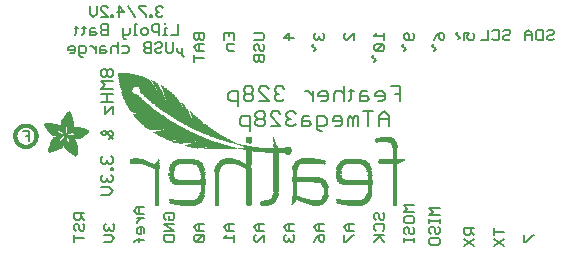
<source format=gbr>
G04 EAGLE Gerber RS-274X export*
G75*
%MOMM*%
%FSLAX34Y34*%
%LPD*%
%INSilkscreen Bottom*%
%IPPOS*%
%AMOC8*
5,1,8,0,0,1.08239X$1,22.5*%
G01*
%ADD10C,0.127000*%
%ADD11C,0.177800*%
%ADD12C,0.152400*%
%ADD13R,0.914400X0.025400*%
%ADD14R,0.508000X0.025400*%
%ADD15R,0.889000X0.025400*%
%ADD16R,0.406400X0.025400*%
%ADD17R,1.320800X0.025400*%
%ADD18R,0.736600X0.025400*%
%ADD19R,0.660400X0.025400*%
%ADD20R,1.346200X0.025400*%
%ADD21R,1.625600X0.025400*%
%ADD22R,0.939800X0.025400*%
%ADD23R,0.025400X0.025400*%
%ADD24R,0.863600X0.025400*%
%ADD25R,0.431800X0.025400*%
%ADD26R,1.600200X0.025400*%
%ADD27R,1.854200X0.025400*%
%ADD28R,1.066800X0.025400*%
%ADD29R,0.050800X0.025400*%
%ADD30R,1.828800X0.025400*%
%ADD31R,2.032000X0.025400*%
%ADD32R,1.219200X0.025400*%
%ADD33R,0.076200X0.025400*%
%ADD34R,0.990600X0.025400*%
%ADD35R,2.057400X0.025400*%
%ADD36R,2.209800X0.025400*%
%ADD37R,2.362200X0.025400*%
%ADD38R,1.447800X0.025400*%
%ADD39R,0.101600X0.025400*%
%ADD40R,1.092200X0.025400*%
%ADD41R,2.489200X0.025400*%
%ADD42R,1.574800X0.025400*%
%ADD43R,0.127000X0.025400*%
%ADD44R,1.143000X0.025400*%
%ADD45R,2.565400X0.025400*%
%ADD46R,1.676400X0.025400*%
%ADD47R,0.152400X0.025400*%
%ADD48R,1.168400X0.025400*%
%ADD49R,2.590800X0.025400*%
%ADD50R,1.752600X0.025400*%
%ADD51R,0.177800X0.025400*%
%ADD52R,1.193800X0.025400*%
%ADD53R,2.616200X0.025400*%
%ADD54R,0.203200X0.025400*%
%ADD55R,2.641600X0.025400*%
%ADD56R,1.930400X0.025400*%
%ADD57R,0.228600X0.025400*%
%ADD58R,1.244600X0.025400*%
%ADD59R,2.667000X0.025400*%
%ADD60R,0.254000X0.025400*%
%ADD61R,2.692400X0.025400*%
%ADD62R,2.108200X0.025400*%
%ADD63R,0.279400X0.025400*%
%ADD64R,2.717800X0.025400*%
%ADD65R,1.041400X0.025400*%
%ADD66R,2.743200X0.025400*%
%ADD67R,2.260600X0.025400*%
%ADD68R,0.304800X0.025400*%
%ADD69R,0.838200X0.025400*%
%ADD70R,0.685800X0.025400*%
%ADD71R,1.270000X0.025400*%
%ADD72R,0.330200X0.025400*%
%ADD73R,0.609600X0.025400*%
%ADD74R,0.355600X0.025400*%
%ADD75R,0.762000X0.025400*%
%ADD76R,0.635000X0.025400*%
%ADD77R,0.584200X0.025400*%
%ADD78R,0.381000X0.025400*%
%ADD79R,0.533400X0.025400*%
%ADD80R,0.558800X0.025400*%
%ADD81R,0.482600X0.025400*%
%ADD82R,1.117600X0.025400*%
%ADD83R,0.457200X0.025400*%
%ADD84R,0.787400X0.025400*%
%ADD85R,0.711200X0.025400*%
%ADD86R,2.413000X0.025400*%
%ADD87R,2.438400X0.025400*%
%ADD88R,2.540000X0.025400*%
%ADD89R,2.794000X0.025400*%
%ADD90R,2.819400X0.025400*%
%ADD91R,2.844800X0.025400*%
%ADD92R,2.870200X0.025400*%
%ADD93R,1.016000X0.025400*%
%ADD94R,2.895600X0.025400*%
%ADD95R,1.422400X0.025400*%
%ADD96R,2.921000X0.025400*%
%ADD97R,1.803400X0.025400*%
%ADD98R,2.946400X0.025400*%
%ADD99R,2.971800X0.025400*%
%ADD100R,2.997200X0.025400*%
%ADD101R,3.022600X0.025400*%
%ADD102R,2.768600X0.025400*%
%ADD103R,2.514600X0.025400*%
%ADD104R,2.336800X0.025400*%
%ADD105R,0.965200X0.025400*%
%ADD106R,0.812800X0.025400*%
%ADD107R,1.651000X0.025400*%
%ADD108R,1.701800X0.025400*%
%ADD109R,1.727200X0.025400*%
%ADD110R,2.159000X0.025400*%
%ADD111R,1.778000X0.025400*%
%ADD112R,2.082800X0.025400*%
%ADD113R,2.463800X0.025400*%
%ADD114R,2.006600X0.025400*%
%ADD115R,1.905000X0.025400*%
%ADD116R,2.286000X0.025400*%
%ADD117R,1.955800X0.025400*%
%ADD118R,2.235200X0.025400*%
%ADD119R,1.524000X0.025400*%
%ADD120R,1.981200X0.025400*%
%ADD121R,2.184400X0.025400*%
%ADD122R,1.473200X0.025400*%
%ADD123R,1.397000X0.025400*%
%ADD124R,2.387600X0.025400*%
%ADD125R,1.879600X0.025400*%
%ADD126R,1.295400X0.025400*%
%ADD127R,1.549400X0.025400*%
%ADD128R,1.371600X0.025400*%
%ADD129R,3.200400X0.025400*%
%ADD130R,3.378200X0.025400*%
%ADD131R,3.835400X0.025400*%
%ADD132R,3.987800X0.025400*%
%ADD133R,4.089400X0.025400*%
%ADD134R,4.216400X0.025400*%
%ADD135R,2.311400X0.025400*%
%ADD136R,3.225800X0.025400*%
%ADD137R,3.479800X0.025400*%
%ADD138R,3.454400X0.025400*%
%ADD139R,1.498600X0.025400*%
%ADD140R,3.429000X0.025400*%
%ADD141R,3.403600X0.025400*%
%ADD142R,3.352800X0.025400*%
%ADD143R,3.327400X0.025400*%
%ADD144R,3.302000X0.025400*%
%ADD145R,3.276600X0.025400*%
%ADD146R,3.251200X0.025400*%
%ADD147R,3.175000X0.025400*%
%ADD148R,2.133600X0.025400*%
%ADD149C,0.304800*%
%ADD150C,0.203200*%
%ADD151R,0.006300X0.050800*%
%ADD152R,0.006400X0.082600*%
%ADD153R,0.006300X0.120600*%
%ADD154R,0.006400X0.139700*%
%ADD155R,0.006300X0.158800*%
%ADD156R,0.006400X0.177800*%
%ADD157R,0.006300X0.196800*%
%ADD158R,0.006400X0.215900*%
%ADD159R,0.006300X0.228600*%
%ADD160R,0.006400X0.241300*%
%ADD161R,0.006300X0.254000*%
%ADD162R,0.006400X0.266700*%
%ADD163R,0.006300X0.279400*%
%ADD164R,0.006400X0.285700*%
%ADD165R,0.006300X0.298400*%
%ADD166R,0.006400X0.311200*%
%ADD167R,0.006300X0.317500*%
%ADD168R,0.006400X0.330200*%
%ADD169R,0.006300X0.336600*%
%ADD170R,0.006400X0.349200*%
%ADD171R,0.006300X0.361900*%
%ADD172R,0.006400X0.368300*%
%ADD173R,0.006300X0.381000*%
%ADD174R,0.006400X0.387300*%
%ADD175R,0.006300X0.393700*%
%ADD176R,0.006400X0.406400*%
%ADD177R,0.006300X0.412700*%
%ADD178R,0.006400X0.419100*%
%ADD179R,0.006300X0.431800*%
%ADD180R,0.006400X0.438100*%
%ADD181R,0.006300X0.450800*%
%ADD182R,0.006400X0.457200*%
%ADD183R,0.006300X0.463500*%
%ADD184R,0.006400X0.476200*%
%ADD185R,0.006300X0.482600*%
%ADD186R,0.006400X0.488900*%
%ADD187R,0.006300X0.501600*%
%ADD188R,0.006400X0.508000*%
%ADD189R,0.006300X0.514300*%
%ADD190R,0.006400X0.527000*%
%ADD191R,0.006300X0.533400*%
%ADD192R,0.006400X0.546100*%
%ADD193R,0.006300X0.552400*%
%ADD194R,0.006400X0.558800*%
%ADD195R,0.006300X0.571500*%
%ADD196R,0.006400X0.577800*%
%ADD197R,0.006300X0.584200*%
%ADD198R,0.006400X0.596900*%
%ADD199R,0.006300X0.603200*%
%ADD200R,0.006400X0.609600*%
%ADD201R,0.006300X0.622300*%
%ADD202R,0.006400X0.628600*%
%ADD203R,0.006300X0.641300*%
%ADD204R,0.006400X0.647700*%
%ADD205R,0.006300X0.063500*%
%ADD206R,0.006300X0.654000*%
%ADD207R,0.006400X0.101600*%
%ADD208R,0.006400X0.666700*%
%ADD209R,0.006300X0.139700*%
%ADD210R,0.006300X0.673100*%
%ADD211R,0.006400X0.165100*%
%ADD212R,0.006400X0.679400*%
%ADD213R,0.006300X0.196900*%
%ADD214R,0.006300X0.692100*%
%ADD215R,0.006400X0.222200*%
%ADD216R,0.006400X0.698500*%
%ADD217R,0.006300X0.247700*%
%ADD218R,0.006300X0.704800*%
%ADD219R,0.006400X0.279400*%
%ADD220R,0.006400X0.717500*%
%ADD221R,0.006300X0.298500*%
%ADD222R,0.006300X0.723900*%
%ADD223R,0.006400X0.736600*%
%ADD224R,0.006300X0.342900*%
%ADD225R,0.006300X0.742900*%
%ADD226R,0.006400X0.374700*%
%ADD227R,0.006400X0.749300*%
%ADD228R,0.006300X0.762000*%
%ADD229R,0.006400X0.412700*%
%ADD230R,0.006400X0.768300*%
%ADD231R,0.006300X0.438100*%
%ADD232R,0.006300X0.774700*%
%ADD233R,0.006400X0.463600*%
%ADD234R,0.006400X0.787400*%
%ADD235R,0.006300X0.793700*%
%ADD236R,0.006400X0.495300*%
%ADD237R,0.006400X0.800100*%
%ADD238R,0.006300X0.520700*%
%ADD239R,0.006300X0.812800*%
%ADD240R,0.006400X0.533400*%
%ADD241R,0.006400X0.819100*%
%ADD242R,0.006300X0.558800*%
%ADD243R,0.006300X0.825500*%
%ADD244R,0.006400X0.577900*%
%ADD245R,0.006400X0.831800*%
%ADD246R,0.006300X0.596900*%
%ADD247R,0.006300X0.844500*%
%ADD248R,0.006400X0.616000*%
%ADD249R,0.006400X0.850900*%
%ADD250R,0.006300X0.635000*%
%ADD251R,0.006300X0.857200*%
%ADD252R,0.006400X0.654100*%
%ADD253R,0.006400X0.863600*%
%ADD254R,0.006300X0.666700*%
%ADD255R,0.006300X0.869900*%
%ADD256R,0.006400X0.685800*%
%ADD257R,0.006400X0.876300*%
%ADD258R,0.006300X0.882600*%
%ADD259R,0.006400X0.723900*%
%ADD260R,0.006400X0.889000*%
%ADD261R,0.006300X0.895300*%
%ADD262R,0.006400X0.755700*%
%ADD263R,0.006400X0.901700*%
%ADD264R,0.006300X0.908000*%
%ADD265R,0.006400X0.793800*%
%ADD266R,0.006400X0.914400*%
%ADD267R,0.006300X0.806400*%
%ADD268R,0.006300X0.920700*%
%ADD269R,0.006400X0.825500*%
%ADD270R,0.006400X0.927100*%
%ADD271R,0.006300X0.933400*%
%ADD272R,0.006400X0.857300*%
%ADD273R,0.006400X0.939800*%
%ADD274R,0.006300X0.870000*%
%ADD275R,0.006300X0.939800*%
%ADD276R,0.006400X0.946100*%
%ADD277R,0.006300X0.952500*%
%ADD278R,0.006400X0.908000*%
%ADD279R,0.006400X0.958800*%
%ADD280R,0.006300X0.965200*%
%ADD281R,0.006400X0.965200*%
%ADD282R,0.006300X0.971500*%
%ADD283R,0.006400X0.952500*%
%ADD284R,0.006400X0.977900*%
%ADD285R,0.006300X0.958800*%
%ADD286R,0.006300X0.984200*%
%ADD287R,0.006400X0.971500*%
%ADD288R,0.006400X0.984200*%
%ADD289R,0.006300X0.990600*%
%ADD290R,0.006400X0.984300*%
%ADD291R,0.006400X0.996900*%
%ADD292R,0.006300X0.997000*%
%ADD293R,0.006300X0.996900*%
%ADD294R,0.006400X1.003300*%
%ADD295R,0.006300X1.016000*%
%ADD296R,0.006300X1.009600*%
%ADD297R,0.006400X1.016000*%
%ADD298R,0.006400X1.009600*%
%ADD299R,0.006300X1.022300*%
%ADD300R,0.006400X1.028700*%
%ADD301R,0.006300X1.035100*%
%ADD302R,0.006400X1.047800*%
%ADD303R,0.006300X1.054100*%
%ADD304R,0.006300X1.028700*%
%ADD305R,0.006400X1.054100*%
%ADD306R,0.006400X1.035000*%
%ADD307R,0.006300X1.060400*%
%ADD308R,0.006300X1.035000*%
%ADD309R,0.006400X1.060500*%
%ADD310R,0.006400X1.041400*%
%ADD311R,0.006300X1.066800*%
%ADD312R,0.006300X1.041400*%
%ADD313R,0.006400X1.079500*%
%ADD314R,0.006400X1.047700*%
%ADD315R,0.006300X1.085900*%
%ADD316R,0.006300X1.047700*%
%ADD317R,0.006400X1.085800*%
%ADD318R,0.006300X1.092200*%
%ADD319R,0.006400X1.085900*%
%ADD320R,0.006300X1.098600*%
%ADD321R,0.006400X1.098600*%
%ADD322R,0.006400X1.060400*%
%ADD323R,0.006300X1.104900*%
%ADD324R,0.006400X1.104900*%
%ADD325R,0.006400X1.066800*%
%ADD326R,0.006300X1.111200*%
%ADD327R,0.006400X1.117600*%
%ADD328R,0.006300X1.117600*%
%ADD329R,0.006300X1.073100*%
%ADD330R,0.006400X1.073100*%
%ADD331R,0.006300X1.124000*%
%ADD332R,0.006300X1.079500*%
%ADD333R,0.006400X1.123900*%
%ADD334R,0.006300X1.130300*%
%ADD335R,0.006400X1.130300*%
%ADD336R,0.006400X1.136700*%
%ADD337R,0.006300X1.136700*%
%ADD338R,0.006300X1.085800*%
%ADD339R,0.006400X1.136600*%
%ADD340R,0.006300X1.136600*%
%ADD341R,0.006400X1.143000*%
%ADD342R,0.006300X1.143000*%
%ADD343R,0.006300X1.149400*%
%ADD344R,0.006300X1.149300*%
%ADD345R,0.006400X1.149300*%
%ADD346R,0.006400X1.149400*%
%ADD347R,0.006400X1.155700*%
%ADD348R,0.006300X1.155700*%
%ADD349R,0.006300X1.060500*%
%ADD350R,0.006400X2.197100*%
%ADD351R,0.006300X2.197100*%
%ADD352R,0.006300X2.184400*%
%ADD353R,0.006400X2.184400*%
%ADD354R,0.006400X2.171700*%
%ADD355R,0.006300X2.171700*%
%ADD356R,0.006400X1.530300*%
%ADD357R,0.006300X1.505000*%
%ADD358R,0.006400X1.492300*%
%ADD359R,0.006300X1.485900*%
%ADD360R,0.006300X0.565200*%
%ADD361R,0.006400X1.473200*%
%ADD362R,0.006400X0.565200*%
%ADD363R,0.006300X1.460500*%
%ADD364R,0.006400X1.454100*%
%ADD365R,0.006400X0.552400*%
%ADD366R,0.006300X1.441500*%
%ADD367R,0.006300X0.546100*%
%ADD368R,0.006400X1.435100*%
%ADD369R,0.006400X0.539800*%
%ADD370R,0.006300X1.428800*%
%ADD371R,0.006400X1.422400*%
%ADD372R,0.006300X1.409700*%
%ADD373R,0.006300X0.527100*%
%ADD374R,0.006400X1.403300*%
%ADD375R,0.006400X0.527100*%
%ADD376R,0.006300X1.390700*%
%ADD377R,0.006400X1.384300*%
%ADD378R,0.006400X0.520700*%
%ADD379R,0.006300X1.384300*%
%ADD380R,0.006300X0.514400*%
%ADD381R,0.006400X1.371600*%
%ADD382R,0.006300X1.365200*%
%ADD383R,0.006300X0.508000*%
%ADD384R,0.006400X1.352600*%
%ADD385R,0.006400X0.501700*%
%ADD386R,0.006300X0.711200*%
%ADD387R,0.006300X0.603300*%
%ADD388R,0.006300X0.501700*%
%ADD389R,0.006400X0.692100*%
%ADD390R,0.006400X0.571500*%
%ADD391R,0.006300X0.679400*%
%ADD392R,0.006300X0.495300*%
%ADD393R,0.006400X0.673100*%
%ADD394R,0.006300X0.666800*%
%ADD395R,0.006300X0.488900*%
%ADD396R,0.006400X0.660400*%
%ADD397R,0.006400X0.482600*%
%ADD398R,0.006300X0.476200*%
%ADD399R,0.006400X0.654000*%
%ADD400R,0.006400X0.469900*%
%ADD401R,0.006400X0.476300*%
%ADD402R,0.006300X0.647700*%
%ADD403R,0.006300X0.457200*%
%ADD404R,0.006300X0.469900*%
%ADD405R,0.006400X0.641300*%
%ADD406R,0.006400X0.444500*%
%ADD407R,0.006300X0.463600*%
%ADD408R,0.006400X0.635000*%
%ADD409R,0.006400X0.463500*%
%ADD410R,0.006400X0.393700*%
%ADD411R,0.006400X0.450800*%
%ADD412R,0.006300X0.628600*%
%ADD413R,0.006300X0.387400*%
%ADD414R,0.006300X0.450900*%
%ADD415R,0.006400X0.628700*%
%ADD416R,0.006400X0.374600*%
%ADD417R,0.006300X0.368300*%
%ADD418R,0.006300X0.438200*%
%ADD419R,0.006400X0.622300*%
%ADD420R,0.006400X0.355600*%
%ADD421R,0.006400X0.431800*%
%ADD422R,0.006300X0.349300*%
%ADD423R,0.006300X0.425400*%
%ADD424R,0.006300X0.615900*%
%ADD425R,0.006300X0.330200*%
%ADD426R,0.006300X0.419100*%
%ADD427R,0.006300X0.616000*%
%ADD428R,0.006300X0.311200*%
%ADD429R,0.006300X0.406400*%
%ADD430R,0.006400X0.615900*%
%ADD431R,0.006400X0.304800*%
%ADD432R,0.006400X0.158800*%
%ADD433R,0.006300X0.609600*%
%ADD434R,0.006300X0.292100*%
%ADD435R,0.006300X0.235000*%
%ADD436R,0.006400X0.387400*%
%ADD437R,0.006400X0.292100*%
%ADD438R,0.006300X0.336500*%
%ADD439R,0.006300X0.260400*%
%ADD440R,0.006400X0.603300*%
%ADD441R,0.006400X0.260400*%
%ADD442R,0.006400X0.362000*%
%ADD443R,0.006400X0.450900*%
%ADD444R,0.006300X0.355600*%
%ADD445R,0.006400X0.342900*%
%ADD446R,0.006400X0.514300*%
%ADD447R,0.006300X0.234900*%
%ADD448R,0.006300X0.539700*%
%ADD449R,0.006400X0.603200*%
%ADD450R,0.006400X0.234900*%
%ADD451R,0.006400X0.920700*%
%ADD452R,0.006400X0.958900*%
%ADD453R,0.006300X0.215900*%
%ADD454R,0.006400X0.209600*%
%ADD455R,0.006300X0.203200*%
%ADD456R,0.006300X1.003300*%
%ADD457R,0.006400X0.203200*%
%ADD458R,0.006400X0.196900*%
%ADD459R,0.006300X0.190500*%
%ADD460R,0.006400X0.190500*%
%ADD461R,0.006300X0.184200*%
%ADD462R,0.006400X0.590500*%
%ADD463R,0.006400X0.184200*%
%ADD464R,0.006300X0.590500*%
%ADD465R,0.006300X0.177800*%
%ADD466R,0.006400X0.584200*%
%ADD467R,0.006400X1.168400*%
%ADD468R,0.006300X0.171500*%
%ADD469R,0.006300X1.187500*%
%ADD470R,0.006400X1.200100*%
%ADD471R,0.006300X0.577800*%
%ADD472R,0.006300X1.212900*%
%ADD473R,0.006400X1.231900*%
%ADD474R,0.006300X1.250900*%
%ADD475R,0.006400X0.565100*%
%ADD476R,0.006400X0.184100*%
%ADD477R,0.006400X1.263700*%
%ADD478R,0.006300X0.565100*%
%ADD479R,0.006300X1.289100*%
%ADD480R,0.006400X1.314400*%
%ADD481R,0.006300X0.552500*%
%ADD482R,0.006300X1.568500*%
%ADD483R,0.006400X0.552500*%
%ADD484R,0.006400X1.581200*%
%ADD485R,0.006300X1.593800*%
%ADD486R,0.006400X1.606500*%
%ADD487R,0.006300X1.619300*%
%ADD488R,0.006400X0.514400*%
%ADD489R,0.006400X1.638300*%
%ADD490R,0.006300X1.657300*%
%ADD491R,0.006400X2.209800*%
%ADD492R,0.006300X2.425700*%
%ADD493R,0.006400X2.470100*%
%ADD494R,0.006300X2.501900*%
%ADD495R,0.006400X2.533700*%
%ADD496R,0.006300X2.559000*%
%ADD497R,0.006400X2.584500*%
%ADD498R,0.006300X2.609900*%
%ADD499R,0.006400X2.628900*%
%ADD500R,0.006300X2.660600*%
%ADD501R,0.006400X2.673400*%
%ADD502R,0.006300X1.422400*%
%ADD503R,0.006300X1.200200*%
%ADD504R,0.006300X1.365300*%
%ADD505R,0.006400X1.365300*%
%ADD506R,0.006300X1.352500*%
%ADD507R,0.006300X1.098500*%
%ADD508R,0.006400X1.358900*%
%ADD509R,0.006300X1.352600*%
%ADD510R,0.006300X1.358900*%
%ADD511R,0.006300X1.371600*%
%ADD512R,0.006400X1.377900*%
%ADD513R,0.006400X1.397000*%
%ADD514R,0.006300X1.403300*%
%ADD515R,0.006300X0.914400*%
%ADD516R,0.006300X0.876300*%
%ADD517R,0.006300X0.374600*%
%ADD518R,0.006400X1.073200*%
%ADD519R,0.006300X0.374700*%
%ADD520R,0.006400X0.844600*%
%ADD521R,0.006300X0.844600*%
%ADD522R,0.006400X0.831900*%
%ADD523R,0.006400X1.092200*%
%ADD524R,0.006300X0.400000*%
%ADD525R,0.006400X0.819200*%
%ADD526R,0.006400X1.111300*%
%ADD527R,0.006400X0.812800*%
%ADD528R,0.006300X0.800100*%
%ADD529R,0.006300X0.476300*%
%ADD530R,0.006300X1.181100*%
%ADD531R,0.006400X0.501600*%
%ADD532R,0.006400X1.193800*%
%ADD533R,0.006400X0.781000*%
%ADD534R,0.006400X1.238200*%
%ADD535R,0.006300X0.781100*%
%ADD536R,0.006300X1.257300*%
%ADD537R,0.006400X1.295400*%
%ADD538R,0.006300X1.333500*%
%ADD539R,0.006400X0.774700*%
%ADD540R,0.006400X1.866900*%
%ADD541R,0.006300X0.209600*%
%ADD542R,0.006300X1.866900*%
%ADD543R,0.006400X0.768400*%
%ADD544R,0.006400X0.209500*%
%ADD545R,0.006400X1.860600*%
%ADD546R,0.006400X0.762000*%
%ADD547R,0.006300X0.768400*%
%ADD548R,0.006300X1.860600*%
%ADD549R,0.006400X1.860500*%
%ADD550R,0.006300X0.222300*%
%ADD551R,0.006300X1.854200*%
%ADD552R,0.006400X0.235000*%
%ADD553R,0.006400X1.854200*%
%ADD554R,0.006300X0.768300*%
%ADD555R,0.006400X0.260300*%
%ADD556R,0.006400X1.847800*%
%ADD557R,0.006300X0.266700*%
%ADD558R,0.006300X1.847800*%
%ADD559R,0.006400X0.273100*%
%ADD560R,0.006400X1.841500*%
%ADD561R,0.006300X0.285800*%
%ADD562R,0.006300X1.841500*%
%ADD563R,0.006400X0.298500*%
%ADD564R,0.006400X1.835100*%
%ADD565R,0.006300X0.781000*%
%ADD566R,0.006300X0.304800*%
%ADD567R,0.006300X1.835100*%
%ADD568R,0.006400X0.317500*%
%ADD569R,0.006400X1.828800*%
%ADD570R,0.006300X0.787400*%
%ADD571R,0.006300X0.323800*%
%ADD572R,0.006300X1.828800*%
%ADD573R,0.006400X0.793700*%
%ADD574R,0.006400X1.822400*%
%ADD575R,0.006300X0.806500*%
%ADD576R,0.006300X1.822400*%
%ADD577R,0.006400X1.816100*%
%ADD578R,0.006300X0.819100*%
%ADD579R,0.006300X0.387300*%
%ADD580R,0.006300X1.816100*%
%ADD581R,0.006400X1.809800*%
%ADD582R,0.006300X1.803400*%
%ADD583R,0.006400X1.797000*%
%ADD584R,0.006300X0.901700*%
%ADD585R,0.006300X1.797000*%
%ADD586R,0.006400X1.441400*%
%ADD587R,0.006400X1.790700*%
%ADD588R,0.006300X1.447800*%
%ADD589R,0.006300X1.784300*%
%ADD590R,0.006400X1.447800*%
%ADD591R,0.006400X1.784300*%
%ADD592R,0.006300X1.454100*%
%ADD593R,0.006300X1.771700*%
%ADD594R,0.006400X1.460500*%
%ADD595R,0.006400X1.759000*%
%ADD596R,0.006300X1.466800*%
%ADD597R,0.006300X1.752600*%
%ADD598R,0.006400X1.466800*%
%ADD599R,0.006400X1.739900*%
%ADD600R,0.006300X1.473200*%
%ADD601R,0.006300X1.727200*%
%ADD602R,0.006400X1.479500*%
%ADD603R,0.006400X1.714500*%
%ADD604R,0.006300X1.695400*%
%ADD605R,0.006400X1.485900*%
%ADD606R,0.006400X1.682700*%
%ADD607R,0.006300X1.492200*%
%ADD608R,0.006300X1.663700*%
%ADD609R,0.006400X1.498600*%
%ADD610R,0.006400X1.644600*%
%ADD611R,0.006300X1.498600*%
%ADD612R,0.006300X1.619200*%
%ADD613R,0.006400X1.511300*%
%ADD614R,0.006400X1.600200*%
%ADD615R,0.006300X1.517700*%
%ADD616R,0.006300X1.574800*%
%ADD617R,0.006400X1.524000*%
%ADD618R,0.006400X1.555800*%
%ADD619R,0.006300X1.524000*%
%ADD620R,0.006300X1.536700*%
%ADD621R,0.006400X1.530400*%
%ADD622R,0.006400X1.517700*%
%ADD623R,0.006300X1.492300*%
%ADD624R,0.006400X1.549400*%
%ADD625R,0.006400X1.479600*%
%ADD626R,0.006300X1.549400*%
%ADD627R,0.006400X1.555700*%
%ADD628R,0.006300X1.562100*%
%ADD629R,0.006300X0.323900*%
%ADD630R,0.006400X1.568400*%
%ADD631R,0.006400X0.336600*%
%ADD632R,0.006300X1.587500*%
%ADD633R,0.006300X0.971600*%
%ADD634R,0.006400X0.349300*%
%ADD635R,0.006300X1.600200*%
%ADD636R,0.006300X0.920800*%
%ADD637R,0.006400X0.882700*%
%ADD638R,0.006300X1.612900*%
%ADD639R,0.006300X0.362000*%
%ADD640R,0.006400X1.625600*%
%ADD641R,0.006300X1.625600*%
%ADD642R,0.006300X1.644600*%
%ADD643R,0.006300X0.736600*%
%ADD644R,0.006400X0.717600*%
%ADD645R,0.006300X1.657400*%
%ADD646R,0.006300X0.679500*%
%ADD647R,0.006400X1.663700*%
%ADD648R,0.006400X0.400000*%
%ADD649R,0.006300X1.676400*%
%ADD650R,0.006400X1.676400*%
%ADD651R,0.006400X0.425500*%
%ADD652R,0.006400X1.352500*%
%ADD653R,0.006300X0.444500*%
%ADD654R,0.006400X0.361900*%
%ADD655R,0.006300X0.088900*%
%ADD656R,0.006300X1.009700*%
%ADD657R,0.006400X1.009700*%
%ADD658R,0.006400X1.022300*%
%ADD659R,0.006400X1.346200*%
%ADD660R,0.006300X1.346200*%
%ADD661R,0.006400X1.339900*%
%ADD662R,0.006400X1.035100*%
%ADD663R,0.006300X1.339800*%
%ADD664R,0.006400X1.333500*%
%ADD665R,0.006400X1.327200*%
%ADD666R,0.006300X1.320800*%
%ADD667R,0.006400X1.314500*%
%ADD668R,0.006300X1.314400*%
%ADD669R,0.006400X1.301700*%
%ADD670R,0.006300X1.295400*%
%ADD671R,0.006400X1.289000*%
%ADD672R,0.006300X1.276300*%
%ADD673R,0.006300X1.251000*%
%ADD674R,0.006400X1.244600*%
%ADD675R,0.006300X1.231900*%
%ADD676R,0.006400X1.212800*%
%ADD677R,0.006300X1.200100*%
%ADD678R,0.006400X1.187400*%
%ADD679R,0.006300X1.168400*%
%ADD680R,0.006300X1.047800*%
%ADD681R,0.006300X0.977900*%
%ADD682R,0.006400X0.946200*%
%ADD683R,0.006400X0.933400*%
%ADD684R,0.006400X0.895300*%
%ADD685R,0.006300X0.882700*%
%ADD686R,0.006300X0.863600*%
%ADD687R,0.006400X0.857200*%
%ADD688R,0.006300X0.850900*%
%ADD689R,0.006300X0.838200*%
%ADD690R,0.006400X0.806500*%
%ADD691R,0.006300X0.717600*%
%ADD692R,0.006400X0.711200*%
%ADD693R,0.006400X0.641400*%
%ADD694R,0.006300X0.641400*%
%ADD695R,0.006300X0.628700*%
%ADD696R,0.006300X0.590600*%
%ADD697R,0.006400X0.539700*%
%ADD698R,0.006300X0.285700*%
%ADD699R,0.006300X0.222200*%
%ADD700R,0.006300X0.171400*%
%ADD701R,0.006400X0.152400*%
%ADD702R,0.006300X0.133400*%


D10*
X134343Y223315D02*
X132860Y224798D01*
X129894Y224798D01*
X128411Y223315D01*
X128411Y221832D01*
X129894Y220349D01*
X131377Y220349D01*
X129894Y220349D02*
X128411Y218866D01*
X128411Y217383D01*
X129894Y215900D01*
X132860Y215900D01*
X134343Y217383D01*
X124988Y217383D02*
X124988Y215900D01*
X124988Y217383D02*
X123505Y217383D01*
X123505Y215900D01*
X124988Y215900D01*
X120310Y224798D02*
X114379Y224798D01*
X114379Y223315D01*
X120310Y217383D01*
X120310Y215900D01*
X110955Y215900D02*
X105024Y224798D01*
X97151Y224798D02*
X97151Y215900D01*
X101600Y220349D02*
X97151Y224798D01*
X95668Y220349D02*
X101600Y220349D01*
X92245Y217383D02*
X92245Y215900D01*
X92245Y217383D02*
X90762Y217383D01*
X90762Y215900D01*
X92245Y215900D01*
X87567Y215900D02*
X81636Y215900D01*
X87567Y215900D02*
X81636Y221832D01*
X81636Y223315D01*
X83118Y224798D01*
X86084Y224798D01*
X87567Y223315D01*
X78212Y224798D02*
X78212Y218866D01*
X75246Y215900D01*
X72280Y218866D01*
X72280Y224798D01*
X146817Y209558D02*
X146817Y200660D01*
X140885Y200660D01*
X137462Y206592D02*
X135979Y206592D01*
X135979Y200660D01*
X137462Y200660D02*
X134496Y200660D01*
X135979Y209558D02*
X135979Y211041D01*
X131225Y209558D02*
X131225Y200660D01*
X131225Y209558D02*
X126776Y209558D01*
X125293Y208075D01*
X125293Y205109D01*
X126776Y203626D01*
X131225Y203626D01*
X120387Y200660D02*
X117421Y200660D01*
X115938Y202143D01*
X115938Y205109D01*
X117421Y206592D01*
X120387Y206592D01*
X121870Y205109D01*
X121870Y202143D01*
X120387Y200660D01*
X112514Y209558D02*
X111032Y209558D01*
X111032Y200660D01*
X112514Y200660D02*
X109549Y200660D01*
X106278Y202143D02*
X106278Y206592D01*
X106278Y202143D02*
X104795Y200660D01*
X100346Y200660D01*
X100346Y199177D02*
X100346Y206592D01*
X100346Y199177D02*
X101829Y197694D01*
X103312Y197694D01*
X87567Y200660D02*
X87567Y209558D01*
X83119Y209558D01*
X81636Y208075D01*
X81636Y206592D01*
X83119Y205109D01*
X81636Y203626D01*
X81636Y202143D01*
X83119Y200660D01*
X87567Y200660D01*
X87567Y205109D02*
X83119Y205109D01*
X76729Y206592D02*
X73763Y206592D01*
X72280Y205109D01*
X72280Y200660D01*
X76729Y200660D01*
X78212Y202143D01*
X76729Y203626D01*
X72280Y203626D01*
X67374Y202143D02*
X67374Y208075D01*
X67374Y202143D02*
X65891Y200660D01*
X65891Y206592D02*
X68857Y206592D01*
X61137Y208075D02*
X61137Y202143D01*
X59654Y200660D01*
X59654Y206592D02*
X62620Y206592D01*
X150791Y189869D02*
X150791Y186903D01*
X149308Y185420D01*
X147825Y185420D01*
X146342Y186903D01*
X146342Y189869D01*
X150791Y186903D02*
X150791Y183937D01*
X152274Y182454D01*
X142919Y186903D02*
X142919Y194318D01*
X142919Y186903D02*
X141436Y185420D01*
X138470Y185420D01*
X136987Y186903D01*
X136987Y194318D01*
X129115Y194318D02*
X127632Y192835D01*
X129115Y194318D02*
X132081Y194318D01*
X133564Y192835D01*
X133564Y191352D01*
X132081Y189869D01*
X129115Y189869D01*
X127632Y188386D01*
X127632Y186903D01*
X129115Y185420D01*
X132081Y185420D01*
X133564Y186903D01*
X124208Y185420D02*
X124208Y194318D01*
X119760Y194318D01*
X118277Y192835D01*
X118277Y191352D01*
X119760Y189869D01*
X118277Y188386D01*
X118277Y186903D01*
X119760Y185420D01*
X124208Y185420D01*
X124208Y189869D02*
X119760Y189869D01*
X104015Y191352D02*
X99566Y191352D01*
X104015Y191352D02*
X105498Y189869D01*
X105498Y186903D01*
X104015Y185420D01*
X99566Y185420D01*
X96143Y185420D02*
X96143Y194318D01*
X94660Y191352D02*
X96143Y189869D01*
X94660Y191352D02*
X91694Y191352D01*
X90211Y189869D01*
X90211Y185420D01*
X85305Y191352D02*
X82339Y191352D01*
X80856Y189869D01*
X80856Y185420D01*
X85305Y185420D01*
X86788Y186903D01*
X85305Y188386D01*
X80856Y188386D01*
X77432Y185420D02*
X77432Y191352D01*
X74467Y191352D02*
X77432Y188386D01*
X74467Y191352D02*
X72984Y191352D01*
X66671Y182454D02*
X65188Y182454D01*
X63705Y183937D01*
X63705Y191352D01*
X68154Y191352D01*
X69637Y189869D01*
X69637Y186903D01*
X68154Y185420D01*
X63705Y185420D01*
X58798Y185420D02*
X55833Y185420D01*
X58798Y185420D02*
X60281Y186903D01*
X60281Y189869D01*
X58798Y191352D01*
X55833Y191352D01*
X54350Y189869D01*
X54350Y188386D01*
X60281Y188386D01*
D11*
X335405Y157237D02*
X335405Y144780D01*
X335405Y157237D02*
X327101Y157237D01*
X331253Y151008D02*
X335405Y151008D01*
X320232Y144780D02*
X316080Y144780D01*
X320232Y144780D02*
X322308Y146856D01*
X322308Y151008D01*
X320232Y153084D01*
X316080Y153084D01*
X314004Y151008D01*
X314004Y148932D01*
X322308Y148932D01*
X307135Y153084D02*
X302983Y153084D01*
X300906Y151008D01*
X300906Y144780D01*
X307135Y144780D01*
X309211Y146856D01*
X307135Y148932D01*
X300906Y148932D01*
X294037Y146856D02*
X294037Y155161D01*
X294037Y146856D02*
X291961Y144780D01*
X291961Y153084D02*
X296114Y153084D01*
X287382Y157237D02*
X287382Y144780D01*
X287382Y151008D02*
X285306Y153084D01*
X281154Y153084D01*
X279078Y151008D01*
X279078Y144780D01*
X272209Y144780D02*
X268057Y144780D01*
X272209Y144780D02*
X274285Y146856D01*
X274285Y151008D01*
X272209Y153084D01*
X268057Y153084D01*
X265980Y151008D01*
X265980Y148932D01*
X274285Y148932D01*
X261188Y144780D02*
X261188Y153084D01*
X261188Y148932D02*
X257035Y153084D01*
X254959Y153084D01*
X237176Y155161D02*
X235100Y157237D01*
X230948Y157237D01*
X228872Y155161D01*
X228872Y153084D01*
X230948Y151008D01*
X233024Y151008D01*
X230948Y151008D02*
X228872Y148932D01*
X228872Y146856D01*
X230948Y144780D01*
X235100Y144780D01*
X237176Y146856D01*
X224079Y144780D02*
X215774Y144780D01*
X215774Y153084D02*
X224079Y144780D01*
X215774Y153084D02*
X215774Y155161D01*
X217850Y157237D01*
X222003Y157237D01*
X224079Y155161D01*
X210981Y155161D02*
X208905Y157237D01*
X204753Y157237D01*
X202677Y155161D01*
X202677Y153084D01*
X204753Y151008D01*
X202677Y148932D01*
X202677Y146856D01*
X204753Y144780D01*
X208905Y144780D01*
X210981Y146856D01*
X210981Y148932D01*
X208905Y151008D01*
X210981Y153084D01*
X210981Y155161D01*
X208905Y151008D02*
X204753Y151008D01*
X197884Y153084D02*
X197884Y140628D01*
X197884Y153084D02*
X191656Y153084D01*
X189580Y151008D01*
X189580Y146856D01*
X191656Y144780D01*
X197884Y144780D01*
X325582Y131748D02*
X325582Y123444D01*
X325582Y131748D02*
X321430Y135901D01*
X317278Y131748D01*
X317278Y123444D01*
X317278Y129672D02*
X325582Y129672D01*
X308333Y123444D02*
X308333Y135901D01*
X312485Y135901D02*
X304181Y135901D01*
X299388Y131748D02*
X299388Y123444D01*
X299388Y131748D02*
X297312Y131748D01*
X295236Y129672D01*
X295236Y123444D01*
X295236Y129672D02*
X293160Y131748D01*
X291083Y129672D01*
X291083Y123444D01*
X284215Y123444D02*
X280062Y123444D01*
X284215Y123444D02*
X286291Y125520D01*
X286291Y129672D01*
X284215Y131748D01*
X280062Y131748D01*
X277986Y129672D01*
X277986Y127596D01*
X286291Y127596D01*
X269041Y119292D02*
X266965Y119292D01*
X264889Y121368D01*
X264889Y131748D01*
X271117Y131748D01*
X273193Y129672D01*
X273193Y125520D01*
X271117Y123444D01*
X264889Y123444D01*
X258020Y131748D02*
X253868Y131748D01*
X251792Y129672D01*
X251792Y123444D01*
X258020Y123444D01*
X260096Y125520D01*
X258020Y127596D01*
X251792Y127596D01*
X246999Y133825D02*
X244923Y135901D01*
X240771Y135901D01*
X238694Y133825D01*
X238694Y131748D01*
X240771Y129672D01*
X242847Y129672D01*
X240771Y129672D02*
X238694Y127596D01*
X238694Y125520D01*
X240771Y123444D01*
X244923Y123444D01*
X246999Y125520D01*
X233902Y123444D02*
X225597Y123444D01*
X225597Y131748D02*
X233902Y123444D01*
X225597Y131748D02*
X225597Y133825D01*
X227673Y135901D01*
X231826Y135901D01*
X233902Y133825D01*
X220804Y133825D02*
X218728Y135901D01*
X214576Y135901D01*
X212500Y133825D01*
X212500Y131748D01*
X214576Y129672D01*
X212500Y127596D01*
X212500Y125520D01*
X214576Y123444D01*
X218728Y123444D01*
X220804Y125520D01*
X220804Y127596D01*
X218728Y129672D01*
X220804Y131748D01*
X220804Y133825D01*
X218728Y129672D02*
X214576Y129672D01*
X207707Y131748D02*
X207707Y119292D01*
X207707Y131748D02*
X201479Y131748D01*
X199403Y129672D01*
X199403Y125520D01*
X201479Y123444D01*
X207707Y123444D01*
D12*
X83686Y171967D02*
X82034Y170315D01*
X82034Y167010D01*
X83686Y165358D01*
X85338Y165358D01*
X86991Y167010D01*
X88643Y165358D01*
X90296Y165358D01*
X91948Y167010D01*
X91948Y170315D01*
X90296Y171967D01*
X88643Y171967D01*
X86991Y170315D01*
X85338Y171967D01*
X83686Y171967D01*
X86991Y170315D02*
X86991Y167010D01*
X91948Y161443D02*
X82034Y161443D01*
X85338Y158138D01*
X82034Y154833D01*
X91948Y154833D01*
X91948Y150918D02*
X82034Y150918D01*
X86991Y150918D02*
X86991Y144308D01*
X82034Y144308D02*
X91948Y144308D01*
X85338Y140393D02*
X85338Y133784D01*
X91948Y140393D01*
X91948Y133784D01*
X91948Y116039D02*
X88643Y112735D01*
X91948Y116039D02*
X91948Y117692D01*
X90296Y119344D01*
X88643Y119344D01*
X85338Y116039D01*
X83686Y116039D01*
X82034Y117692D01*
X83686Y119344D01*
X85338Y119344D01*
X91948Y112735D01*
X83686Y98295D02*
X82034Y96643D01*
X82034Y93338D01*
X83686Y91685D01*
X85338Y91685D01*
X86991Y93338D01*
X86991Y94990D01*
X86991Y93338D02*
X88643Y91685D01*
X90296Y91685D01*
X91948Y93338D01*
X91948Y96643D01*
X90296Y98295D01*
X90296Y87770D02*
X91948Y87770D01*
X90296Y87770D02*
X90296Y86118D01*
X91948Y86118D01*
X91948Y87770D01*
X83686Y82508D02*
X82034Y80856D01*
X82034Y77551D01*
X83686Y75898D01*
X85338Y75898D01*
X86991Y77551D01*
X86991Y79203D01*
X86991Y77551D02*
X88643Y75898D01*
X90296Y75898D01*
X91948Y77551D01*
X91948Y80856D01*
X90296Y82508D01*
X88643Y71984D02*
X82034Y71984D01*
X88643Y71984D02*
X91948Y68679D01*
X88643Y65374D01*
X82034Y65374D01*
D10*
X211447Y202565D02*
X218862Y202565D01*
X220345Y201082D01*
X220345Y198116D01*
X218862Y196633D01*
X211447Y196633D01*
X211447Y188761D02*
X212930Y187278D01*
X211447Y188761D02*
X211447Y191727D01*
X212930Y193210D01*
X214413Y193210D01*
X215896Y191727D01*
X215896Y188761D01*
X217379Y187278D01*
X218862Y187278D01*
X220345Y188761D01*
X220345Y191727D01*
X218862Y193210D01*
X220345Y183855D02*
X211447Y183855D01*
X211447Y179406D01*
X212930Y177923D01*
X214413Y177923D01*
X215896Y179406D01*
X217379Y177923D01*
X218862Y177923D01*
X220345Y179406D01*
X220345Y183855D01*
X215896Y183855D02*
X215896Y179406D01*
X236847Y198116D02*
X245745Y198116D01*
X241296Y202565D02*
X236847Y198116D01*
X241296Y196633D02*
X241296Y202565D01*
X389247Y202565D02*
X389247Y196633D01*
X389247Y202565D02*
X393696Y202565D01*
X392213Y199599D01*
X392213Y198116D01*
X393696Y196633D01*
X396662Y196633D01*
X398145Y198116D01*
X398145Y201082D01*
X396662Y202565D01*
X296545Y202565D02*
X296545Y196633D01*
X296545Y202565D02*
X290613Y196633D01*
X289130Y196633D01*
X287647Y198116D01*
X287647Y201082D01*
X289130Y202565D01*
X313047Y199599D02*
X316013Y202565D01*
X313047Y199599D02*
X321945Y199599D01*
X321945Y202565D02*
X321945Y196633D01*
X320462Y193210D02*
X314530Y193210D01*
X313047Y191727D01*
X313047Y188761D01*
X314530Y187278D01*
X320462Y187278D01*
X321945Y188761D01*
X321945Y191727D01*
X320462Y193210D01*
X314530Y187278D01*
X313047Y183855D02*
X311564Y182372D01*
X314530Y179406D01*
X313047Y177923D01*
X345862Y202565D02*
X347345Y201082D01*
X347345Y198116D01*
X345862Y196633D01*
X339930Y196633D01*
X338447Y198116D01*
X338447Y201082D01*
X339930Y202565D01*
X341413Y202565D01*
X342896Y201082D01*
X342896Y196633D01*
X338447Y193210D02*
X336964Y191727D01*
X339930Y188761D01*
X338447Y187278D01*
X169545Y202565D02*
X160647Y202565D01*
X160647Y198116D01*
X162130Y196633D01*
X163613Y196633D01*
X165096Y198116D01*
X166579Y196633D01*
X168062Y196633D01*
X169545Y198116D01*
X169545Y202565D01*
X165096Y202565D02*
X165096Y198116D01*
X163613Y193210D02*
X169545Y193210D01*
X163613Y193210D02*
X160647Y190244D01*
X163613Y187278D01*
X169545Y187278D01*
X165096Y187278D02*
X165096Y193210D01*
X169545Y180889D02*
X160647Y180889D01*
X160647Y183855D02*
X160647Y177923D01*
X262247Y201082D02*
X263730Y202565D01*
X262247Y201082D02*
X262247Y198116D01*
X263730Y196633D01*
X265213Y196633D01*
X266696Y198116D01*
X266696Y199599D01*
X266696Y198116D02*
X268179Y196633D01*
X269662Y196633D01*
X271145Y198116D01*
X271145Y201082D01*
X269662Y202565D01*
X262247Y193210D02*
X260764Y191727D01*
X263730Y188761D01*
X262247Y187278D01*
X363847Y196633D02*
X365330Y199599D01*
X368296Y202565D01*
X371262Y202565D01*
X372745Y201082D01*
X372745Y198116D01*
X371262Y196633D01*
X369779Y196633D01*
X368296Y198116D01*
X368296Y202565D01*
X363847Y193210D02*
X362364Y191727D01*
X365330Y188761D01*
X363847Y187278D01*
X186047Y196633D02*
X186047Y202565D01*
X194945Y202565D01*
X194945Y196633D01*
X190496Y199599D02*
X190496Y202565D01*
X189013Y193210D02*
X194945Y193210D01*
X189013Y193210D02*
X189013Y188761D01*
X190496Y187278D01*
X194945Y187278D01*
X67945Y50291D02*
X59047Y50291D01*
X59047Y45842D01*
X60530Y44359D01*
X63496Y44359D01*
X64979Y45842D01*
X64979Y50291D01*
X64979Y47325D02*
X67945Y44359D01*
X59047Y36487D02*
X60530Y35004D01*
X59047Y36487D02*
X59047Y39452D01*
X60530Y40935D01*
X62013Y40935D01*
X63496Y39452D01*
X63496Y36487D01*
X64979Y35004D01*
X66462Y35004D01*
X67945Y36487D01*
X67945Y39452D01*
X66462Y40935D01*
X67945Y28614D02*
X59047Y28614D01*
X59047Y31580D02*
X59047Y25648D01*
X112813Y54968D02*
X118745Y54968D01*
X112813Y54968D02*
X109847Y52002D01*
X112813Y49036D01*
X118745Y49036D01*
X114296Y49036D02*
X114296Y54968D01*
X112813Y45613D02*
X118745Y45613D01*
X115779Y45613D02*
X112813Y42647D01*
X112813Y41164D01*
X118745Y36334D02*
X118745Y33368D01*
X118745Y36334D02*
X117262Y37817D01*
X114296Y37817D01*
X112813Y36334D01*
X112813Y33368D01*
X114296Y31885D01*
X115779Y31885D01*
X115779Y37817D01*
X118745Y26979D02*
X111330Y26979D01*
X109847Y25496D01*
X114296Y25496D02*
X114296Y28462D01*
X85930Y40935D02*
X84447Y39452D01*
X84447Y36487D01*
X85930Y35004D01*
X87413Y35004D01*
X88896Y36487D01*
X88896Y37970D01*
X88896Y36487D02*
X90379Y35004D01*
X91862Y35004D01*
X93345Y36487D01*
X93345Y39452D01*
X91862Y40935D01*
X90379Y31580D02*
X84447Y31580D01*
X90379Y31580D02*
X93345Y28614D01*
X90379Y25648D01*
X84447Y25648D01*
X290613Y40935D02*
X296545Y40935D01*
X290613Y40935D02*
X287647Y37970D01*
X290613Y35004D01*
X296545Y35004D01*
X292096Y35004D02*
X292096Y40935D01*
X287647Y31580D02*
X287647Y25648D01*
X289130Y25648D01*
X295062Y31580D01*
X296545Y31580D01*
X271145Y40935D02*
X265213Y40935D01*
X262247Y37970D01*
X265213Y35004D01*
X271145Y35004D01*
X266696Y35004D02*
X266696Y40935D01*
X263730Y28614D02*
X262247Y25648D01*
X263730Y28614D02*
X266696Y31580D01*
X269662Y31580D01*
X271145Y30097D01*
X271145Y27131D01*
X269662Y25648D01*
X268179Y25648D01*
X266696Y27131D01*
X266696Y31580D01*
X245745Y40935D02*
X239813Y40935D01*
X236847Y37970D01*
X239813Y35004D01*
X245745Y35004D01*
X241296Y35004D02*
X241296Y40935D01*
X238330Y31580D02*
X236847Y30097D01*
X236847Y27131D01*
X238330Y25648D01*
X239813Y25648D01*
X241296Y27131D01*
X241296Y28614D01*
X241296Y27131D02*
X242779Y25648D01*
X244262Y25648D01*
X245745Y27131D01*
X245745Y30097D01*
X244262Y31580D01*
X220345Y40935D02*
X214413Y40935D01*
X211447Y37970D01*
X214413Y35004D01*
X220345Y35004D01*
X215896Y35004D02*
X215896Y40935D01*
X220345Y31580D02*
X220345Y25648D01*
X220345Y31580D02*
X214413Y25648D01*
X212930Y25648D01*
X211447Y27131D01*
X211447Y30097D01*
X212930Y31580D01*
X194945Y40935D02*
X189013Y40935D01*
X186047Y37970D01*
X189013Y35004D01*
X194945Y35004D01*
X190496Y35004D02*
X190496Y40935D01*
X189013Y31580D02*
X186047Y28614D01*
X194945Y28614D01*
X194945Y31580D02*
X194945Y25648D01*
X169545Y40935D02*
X163613Y40935D01*
X160647Y37970D01*
X163613Y35004D01*
X169545Y35004D01*
X165096Y35004D02*
X165096Y40935D01*
X168062Y31580D02*
X162130Y31580D01*
X160647Y30097D01*
X160647Y27131D01*
X162130Y25648D01*
X168062Y25648D01*
X169545Y27131D01*
X169545Y30097D01*
X168062Y31580D01*
X162130Y25648D01*
X313047Y45842D02*
X314530Y44359D01*
X313047Y45842D02*
X313047Y48808D01*
X314530Y50291D01*
X316013Y50291D01*
X317496Y48808D01*
X317496Y45842D01*
X318979Y44359D01*
X320462Y44359D01*
X321945Y45842D01*
X321945Y48808D01*
X320462Y50291D01*
X313047Y36487D02*
X314530Y35004D01*
X313047Y36487D02*
X313047Y39452D01*
X314530Y40935D01*
X320462Y40935D01*
X321945Y39452D01*
X321945Y36487D01*
X320462Y35004D01*
X321945Y31580D02*
X313047Y31580D01*
X318979Y31580D02*
X313047Y25648D01*
X317496Y30097D02*
X321945Y25648D01*
X338447Y56527D02*
X347345Y56527D01*
X341413Y53562D02*
X338447Y56527D01*
X341413Y53562D02*
X338447Y50596D01*
X347345Y50596D01*
X338447Y45689D02*
X338447Y42723D01*
X338447Y45689D02*
X339930Y47172D01*
X345862Y47172D01*
X347345Y45689D01*
X347345Y42723D01*
X345862Y41240D01*
X339930Y41240D01*
X338447Y42723D01*
X338447Y33368D02*
X339930Y31885D01*
X338447Y33368D02*
X338447Y36334D01*
X339930Y37817D01*
X341413Y37817D01*
X342896Y36334D01*
X342896Y33368D01*
X344379Y31885D01*
X345862Y31885D01*
X347345Y33368D01*
X347345Y36334D01*
X345862Y37817D01*
X347345Y28462D02*
X347345Y25496D01*
X347345Y26979D02*
X338447Y26979D01*
X338447Y28462D02*
X338447Y25496D01*
X360037Y53987D02*
X368935Y53987D01*
X363003Y51022D02*
X360037Y53987D01*
X363003Y51022D02*
X360037Y48056D01*
X368935Y48056D01*
X368935Y44632D02*
X368935Y41666D01*
X368935Y43149D02*
X360037Y43149D01*
X360037Y44632D02*
X360037Y41666D01*
X360037Y33947D02*
X361520Y32464D01*
X360037Y33947D02*
X360037Y36913D01*
X361520Y38395D01*
X363003Y38395D01*
X364486Y36913D01*
X364486Y33947D01*
X365969Y32464D01*
X367452Y32464D01*
X368935Y33947D01*
X368935Y36913D01*
X367452Y38395D01*
X360037Y27557D02*
X360037Y24591D01*
X360037Y27557D02*
X361520Y29040D01*
X367452Y29040D01*
X368935Y27557D01*
X368935Y24591D01*
X367452Y23109D01*
X361520Y23109D01*
X360037Y24591D01*
X389247Y37125D02*
X398145Y37125D01*
X389247Y37125D02*
X389247Y32677D01*
X390730Y31194D01*
X393696Y31194D01*
X395179Y32677D01*
X395179Y37125D01*
X395179Y34160D02*
X398145Y31194D01*
X398145Y21838D02*
X389247Y27770D01*
X389247Y21838D02*
X398145Y27770D01*
X414647Y34160D02*
X423545Y34160D01*
X414647Y37125D02*
X414647Y31194D01*
X414647Y27770D02*
X423545Y21838D01*
X423545Y27770D02*
X414647Y21838D01*
X136730Y44359D02*
X135247Y45842D01*
X135247Y48808D01*
X136730Y50291D01*
X142662Y50291D01*
X144145Y48808D01*
X144145Y45842D01*
X142662Y44359D01*
X139696Y44359D01*
X139696Y47325D01*
X144145Y40935D02*
X135247Y40935D01*
X144145Y35004D01*
X135247Y35004D01*
X135247Y31580D02*
X144145Y31580D01*
X144145Y27131D01*
X142662Y25648D01*
X136730Y25648D01*
X135247Y27131D01*
X135247Y31580D01*
X440047Y31580D02*
X440047Y25648D01*
X441530Y25648D01*
X447462Y31580D01*
X448945Y31580D01*
X459523Y203630D02*
X461006Y205113D01*
X463972Y205113D01*
X465455Y203630D01*
X465455Y202147D01*
X463972Y200664D01*
X461006Y200664D01*
X459523Y199181D01*
X459523Y197698D01*
X461006Y196215D01*
X463972Y196215D01*
X465455Y197698D01*
X456100Y196215D02*
X456100Y205113D01*
X456100Y196215D02*
X451651Y196215D01*
X450168Y197698D01*
X450168Y203630D01*
X451651Y205113D01*
X456100Y205113D01*
X446745Y202147D02*
X446745Y196215D01*
X446745Y202147D02*
X443779Y205113D01*
X440813Y202147D01*
X440813Y196215D01*
X440813Y200664D02*
X446745Y200664D01*
X424176Y205113D02*
X422693Y203630D01*
X424176Y205113D02*
X427142Y205113D01*
X428625Y203630D01*
X428625Y202147D01*
X427142Y200664D01*
X424176Y200664D01*
X422693Y199181D01*
X422693Y197698D01*
X424176Y196215D01*
X427142Y196215D01*
X428625Y197698D01*
X414821Y205113D02*
X413338Y203630D01*
X414821Y205113D02*
X417787Y205113D01*
X419270Y203630D01*
X419270Y197698D01*
X417787Y196215D01*
X414821Y196215D01*
X413338Y197698D01*
X409915Y196215D02*
X409915Y205113D01*
X409915Y196215D02*
X403983Y196215D01*
X385666Y198503D02*
X384183Y197020D01*
X385666Y198503D02*
X382700Y201469D01*
X384183Y202952D01*
D13*
X297434Y56007D03*
D14*
X264414Y56007D03*
D15*
X156083Y56007D03*
D16*
X330962Y56261D03*
D17*
X296672Y56261D03*
D18*
X264287Y56261D03*
D19*
X220472Y56261D03*
D16*
X207010Y56261D03*
X180086Y56261D03*
D20*
X155321Y56261D03*
D16*
X129286Y56261D03*
X330962Y56515D03*
D21*
X296164Y56515D03*
D22*
X264033Y56515D03*
D23*
X243967Y56515D03*
D24*
X221234Y56515D03*
D25*
X206883Y56515D03*
D16*
X180086Y56515D03*
D26*
X154813Y56515D03*
D16*
X129286Y56515D03*
X330962Y56769D03*
D27*
X295783Y56769D03*
D28*
X263906Y56769D03*
D29*
X244094Y56769D03*
D22*
X221615Y56769D03*
D25*
X206883Y56769D03*
D16*
X180086Y56769D03*
D30*
X154432Y56769D03*
D16*
X129286Y56769D03*
X330962Y57023D03*
D31*
X295402Y57023D03*
D32*
X263652Y57023D03*
D33*
X244221Y57023D03*
D34*
X221869Y57023D03*
D25*
X206883Y57023D03*
D16*
X180086Y57023D03*
D35*
X154051Y57023D03*
D16*
X129286Y57023D03*
X330962Y57277D03*
D36*
X295021Y57277D03*
D20*
X263525Y57277D03*
D33*
X244221Y57277D03*
D28*
X222250Y57277D03*
D25*
X206883Y57277D03*
D16*
X180086Y57277D03*
D36*
X153797Y57277D03*
D16*
X129286Y57277D03*
X330962Y57531D03*
D37*
X294767Y57531D03*
D38*
X263271Y57531D03*
D39*
X244348Y57531D03*
D40*
X222377Y57531D03*
D25*
X206883Y57531D03*
D16*
X180086Y57531D03*
D37*
X153543Y57531D03*
D16*
X129286Y57531D03*
X330962Y57785D03*
D41*
X294640Y57785D03*
D42*
X263144Y57785D03*
D43*
X244475Y57785D03*
D44*
X222631Y57785D03*
D25*
X206883Y57785D03*
D16*
X180086Y57785D03*
D41*
X153162Y57785D03*
D16*
X129286Y57785D03*
X330962Y58039D03*
D45*
X294513Y58039D03*
D46*
X262890Y58039D03*
D47*
X244602Y58039D03*
D48*
X222758Y58039D03*
D25*
X206883Y58039D03*
D16*
X180086Y58039D03*
D45*
X153035Y58039D03*
D16*
X129286Y58039D03*
X330962Y58293D03*
D49*
X294640Y58293D03*
D50*
X262763Y58293D03*
D51*
X244729Y58293D03*
D52*
X222885Y58293D03*
D25*
X206883Y58293D03*
D16*
X180086Y58293D03*
D53*
X153289Y58293D03*
D16*
X129286Y58293D03*
X330962Y58547D03*
D53*
X294767Y58547D03*
D27*
X262509Y58547D03*
D54*
X244856Y58547D03*
D32*
X223012Y58547D03*
D25*
X206883Y58547D03*
D16*
X180086Y58547D03*
D55*
X153416Y58547D03*
D16*
X129286Y58547D03*
X330962Y58801D03*
D55*
X294894Y58801D03*
D56*
X262382Y58801D03*
D57*
X244983Y58801D03*
D58*
X223139Y58801D03*
D25*
X206883Y58801D03*
D16*
X180086Y58801D03*
D59*
X153543Y58801D03*
D16*
X129286Y58801D03*
X330962Y59055D03*
D59*
X295021Y59055D03*
D31*
X262128Y59055D03*
D60*
X245110Y59055D03*
D58*
X223393Y59055D03*
D25*
X206883Y59055D03*
D16*
X180086Y59055D03*
D61*
X153670Y59055D03*
D16*
X129286Y59055D03*
X330962Y59309D03*
D61*
X295148Y59309D03*
D62*
X262001Y59309D03*
D63*
X245237Y59309D03*
D48*
X224028Y59309D03*
D25*
X206883Y59309D03*
D16*
X180086Y59309D03*
D61*
X153670Y59309D03*
D16*
X129286Y59309D03*
X330962Y59563D03*
D64*
X295275Y59563D03*
D36*
X261747Y59563D03*
D63*
X245237Y59563D03*
D65*
X224663Y59563D03*
D25*
X206883Y59563D03*
D16*
X180086Y59563D03*
D64*
X153797Y59563D03*
D16*
X129286Y59563D03*
X330962Y59817D03*
D66*
X295402Y59817D03*
D67*
X261493Y59817D03*
D68*
X245364Y59817D03*
D22*
X225425Y59817D03*
D25*
X206883Y59817D03*
D16*
X180086Y59817D03*
D66*
X153924Y59817D03*
D16*
X129286Y59817D03*
X330962Y60071D03*
D69*
X304927Y60071D03*
D44*
X287401Y60071D03*
D70*
X269621Y60071D03*
D71*
X256032Y60071D03*
D72*
X245491Y60071D03*
D24*
X226060Y60071D03*
D25*
X206883Y60071D03*
D16*
X180086Y60071D03*
D69*
X163703Y60071D03*
D48*
X146050Y60071D03*
D16*
X129286Y60071D03*
X330962Y60325D03*
D70*
X305943Y60325D03*
D73*
X284734Y60325D03*
X270002Y60325D03*
D44*
X254889Y60325D03*
D74*
X245618Y60325D03*
D75*
X226568Y60325D03*
D25*
X206883Y60325D03*
D16*
X180086Y60325D03*
D70*
X164465Y60325D03*
D73*
X143256Y60325D03*
D16*
X129286Y60325D03*
X330962Y60579D03*
D76*
X306451Y60579D03*
D68*
X283210Y60579D03*
D77*
X270383Y60579D03*
D28*
X254000Y60579D03*
D78*
X245745Y60579D03*
D19*
X227330Y60579D03*
D25*
X206883Y60579D03*
D16*
X180086Y60579D03*
D76*
X164973Y60579D03*
D72*
X141859Y60579D03*
D16*
X129286Y60579D03*
X330962Y60833D03*
D77*
X306705Y60833D03*
D39*
X282194Y60833D03*
D79*
X270637Y60833D03*
D34*
X253111Y60833D03*
D16*
X245872Y60833D03*
D73*
X227584Y60833D03*
D25*
X206883Y60833D03*
D16*
X180086Y60833D03*
D77*
X165227Y60833D03*
D39*
X140716Y60833D03*
D16*
X129286Y60833D03*
X330962Y61087D03*
D80*
X307086Y61087D03*
D14*
X271018Y61087D03*
D17*
X250444Y61087D03*
D77*
X227965Y61087D03*
D25*
X206883Y61087D03*
D16*
X180086Y61087D03*
D80*
X165608Y61087D03*
D16*
X129286Y61087D03*
X330962Y61341D03*
D79*
X307213Y61341D03*
D81*
X271145Y61341D03*
D32*
X249936Y61341D03*
D79*
X228219Y61341D03*
D25*
X206883Y61341D03*
D16*
X180086Y61341D03*
D14*
X165862Y61341D03*
D16*
X129286Y61341D03*
X330962Y61595D03*
D79*
X307467Y61595D03*
D81*
X271399Y61595D03*
D82*
X249428Y61595D03*
D79*
X228473Y61595D03*
D25*
X206883Y61595D03*
D16*
X180086Y61595D03*
D14*
X166116Y61595D03*
D16*
X129286Y61595D03*
X330962Y61849D03*
D14*
X307594Y61849D03*
D81*
X271399Y61849D03*
D65*
X249047Y61849D03*
D14*
X228600Y61849D03*
D25*
X206883Y61849D03*
D16*
X180086Y61849D03*
D81*
X166243Y61849D03*
D16*
X129286Y61849D03*
X330962Y62103D03*
D81*
X307721Y62103D03*
D83*
X271526Y62103D03*
D22*
X248539Y62103D03*
D81*
X228727Y62103D03*
D25*
X206883Y62103D03*
D16*
X180086Y62103D03*
D81*
X166497Y62103D03*
D16*
X129286Y62103D03*
X330962Y62357D03*
D81*
X307975Y62357D03*
D83*
X271780Y62357D03*
D24*
X248158Y62357D03*
D81*
X228981Y62357D03*
D25*
X206883Y62357D03*
D16*
X180086Y62357D03*
D83*
X166624Y62357D03*
D16*
X129286Y62357D03*
X330962Y62611D03*
D83*
X308102Y62611D03*
X271780Y62611D03*
D84*
X247777Y62611D03*
D83*
X229108Y62611D03*
D25*
X206883Y62611D03*
D16*
X180086Y62611D03*
D83*
X166624Y62611D03*
D16*
X129286Y62611D03*
X330962Y62865D03*
D25*
X308229Y62865D03*
X271907Y62865D03*
D85*
X247396Y62865D03*
D83*
X229108Y62865D03*
D25*
X206883Y62865D03*
D16*
X180086Y62865D03*
D83*
X166878Y62865D03*
D16*
X129286Y62865D03*
X330962Y63119D03*
D83*
X308356Y63119D03*
D25*
X271907Y63119D03*
D76*
X247015Y63119D03*
D83*
X229362Y63119D03*
D25*
X206883Y63119D03*
D16*
X180086Y63119D03*
D25*
X167005Y63119D03*
D16*
X129286Y63119D03*
X330962Y63373D03*
D25*
X308483Y63373D03*
X272161Y63373D03*
D80*
X246634Y63373D03*
D83*
X229362Y63373D03*
D25*
X206883Y63373D03*
D16*
X180086Y63373D03*
D25*
X167005Y63373D03*
D16*
X129286Y63373D03*
X330962Y63627D03*
D25*
X308483Y63627D03*
X272161Y63627D03*
D81*
X246253Y63627D03*
D25*
X229489Y63627D03*
X206883Y63627D03*
D16*
X180086Y63627D03*
D25*
X167259Y63627D03*
D16*
X129286Y63627D03*
X330962Y63881D03*
D25*
X308737Y63881D03*
X272161Y63881D03*
D16*
X245872Y63881D03*
D25*
X229489Y63881D03*
X206883Y63881D03*
D16*
X180086Y63881D03*
D25*
X167259Y63881D03*
D16*
X129286Y63881D03*
X330962Y64135D03*
D25*
X308737Y64135D03*
X272161Y64135D03*
D16*
X245872Y64135D03*
D83*
X229616Y64135D03*
D25*
X206883Y64135D03*
D16*
X180086Y64135D03*
X167386Y64135D03*
X129286Y64135D03*
X330962Y64389D03*
X308864Y64389D03*
X272288Y64389D03*
X245872Y64389D03*
D25*
X229743Y64389D03*
X206883Y64389D03*
D16*
X180086Y64389D03*
D25*
X167513Y64389D03*
D16*
X129286Y64389D03*
X330962Y64643D03*
X308864Y64643D03*
X272288Y64643D03*
X245872Y64643D03*
D25*
X229743Y64643D03*
X206883Y64643D03*
D16*
X180086Y64643D03*
D25*
X167513Y64643D03*
D16*
X129286Y64643D03*
X330962Y64897D03*
D25*
X308991Y64897D03*
D16*
X272288Y64897D03*
X245872Y64897D03*
D25*
X229743Y64897D03*
X206883Y64897D03*
D16*
X180086Y64897D03*
X167640Y64897D03*
X129286Y64897D03*
X330962Y65151D03*
X309118Y65151D03*
X272288Y65151D03*
X245872Y65151D03*
X229870Y65151D03*
D25*
X206883Y65151D03*
D16*
X180086Y65151D03*
X167640Y65151D03*
X129286Y65151D03*
X330962Y65405D03*
X309118Y65405D03*
X272288Y65405D03*
X245872Y65405D03*
X229870Y65405D03*
D25*
X206883Y65405D03*
D16*
X180086Y65405D03*
X167640Y65405D03*
X129286Y65405D03*
X330962Y65659D03*
X309118Y65659D03*
X272288Y65659D03*
X245872Y65659D03*
D25*
X229997Y65659D03*
X206883Y65659D03*
D16*
X180086Y65659D03*
D25*
X167767Y65659D03*
D16*
X129286Y65659D03*
X330962Y65913D03*
X309118Y65913D03*
X272288Y65913D03*
X245872Y65913D03*
D25*
X229997Y65913D03*
X206883Y65913D03*
D16*
X180086Y65913D03*
X167894Y65913D03*
X129286Y65913D03*
X330962Y66167D03*
X309372Y66167D03*
X272288Y66167D03*
X245872Y66167D03*
D25*
X229997Y66167D03*
X206883Y66167D03*
D16*
X180086Y66167D03*
X167894Y66167D03*
X129286Y66167D03*
X330962Y66421D03*
X309372Y66421D03*
X272288Y66421D03*
X245872Y66421D03*
D25*
X229997Y66421D03*
X206883Y66421D03*
D16*
X180086Y66421D03*
X167894Y66421D03*
X129286Y66421D03*
X330962Y66675D03*
X309372Y66675D03*
X272288Y66675D03*
X245872Y66675D03*
X230124Y66675D03*
D25*
X206883Y66675D03*
D16*
X180086Y66675D03*
X167894Y66675D03*
X129286Y66675D03*
X330962Y66929D03*
X309372Y66929D03*
X272288Y66929D03*
X245872Y66929D03*
X230124Y66929D03*
D25*
X206883Y66929D03*
D16*
X180086Y66929D03*
X168148Y66929D03*
X129286Y66929D03*
X330962Y67183D03*
X309372Y67183D03*
X272288Y67183D03*
X245872Y67183D03*
X230124Y67183D03*
D25*
X206883Y67183D03*
D16*
X180086Y67183D03*
X168148Y67183D03*
X129286Y67183D03*
X330962Y67437D03*
X309372Y67437D03*
X272288Y67437D03*
X245872Y67437D03*
X230124Y67437D03*
D25*
X206883Y67437D03*
D16*
X180086Y67437D03*
X168148Y67437D03*
X129286Y67437D03*
X330962Y67691D03*
X309626Y67691D03*
X272288Y67691D03*
X245872Y67691D03*
X230124Y67691D03*
D25*
X206883Y67691D03*
D16*
X180086Y67691D03*
X168148Y67691D03*
X129286Y67691D03*
X330962Y67945D03*
X309626Y67945D03*
X272288Y67945D03*
X245872Y67945D03*
D25*
X230251Y67945D03*
X206883Y67945D03*
D16*
X180086Y67945D03*
X168148Y67945D03*
X129286Y67945D03*
X330962Y68199D03*
X309626Y68199D03*
X272288Y68199D03*
X245872Y68199D03*
D25*
X230251Y68199D03*
X206883Y68199D03*
D16*
X180086Y68199D03*
X168148Y68199D03*
X129286Y68199D03*
X330962Y68453D03*
X309626Y68453D03*
X272288Y68453D03*
X245872Y68453D03*
D25*
X230251Y68453D03*
X206883Y68453D03*
D16*
X180086Y68453D03*
X168148Y68453D03*
X129286Y68453D03*
X330962Y68707D03*
X309626Y68707D03*
X272288Y68707D03*
X245872Y68707D03*
D25*
X230251Y68707D03*
X206883Y68707D03*
D16*
X180086Y68707D03*
X168148Y68707D03*
X129286Y68707D03*
X330962Y68961D03*
X309626Y68961D03*
X272288Y68961D03*
X245872Y68961D03*
D25*
X230251Y68961D03*
X206883Y68961D03*
D16*
X180086Y68961D03*
X168402Y68961D03*
X129286Y68961D03*
X330962Y69215D03*
X309626Y69215D03*
X272288Y69215D03*
X245872Y69215D03*
D25*
X230251Y69215D03*
X206883Y69215D03*
D16*
X180086Y69215D03*
X168402Y69215D03*
X129286Y69215D03*
X330962Y69469D03*
X309626Y69469D03*
X272288Y69469D03*
X245872Y69469D03*
D25*
X230251Y69469D03*
X206883Y69469D03*
D16*
X180086Y69469D03*
X168402Y69469D03*
X129286Y69469D03*
X330962Y69723D03*
X309626Y69723D03*
X272288Y69723D03*
X245872Y69723D03*
D25*
X230251Y69723D03*
X206883Y69723D03*
D16*
X180086Y69723D03*
X168402Y69723D03*
X129286Y69723D03*
X330962Y69977D03*
X309626Y69977D03*
X272288Y69977D03*
X245872Y69977D03*
D25*
X230251Y69977D03*
X206883Y69977D03*
D16*
X180086Y69977D03*
X168402Y69977D03*
X129286Y69977D03*
X330962Y70231D03*
X309880Y70231D03*
X272288Y70231D03*
X245872Y70231D03*
D25*
X230251Y70231D03*
X206883Y70231D03*
D16*
X180086Y70231D03*
X168402Y70231D03*
X129286Y70231D03*
X330962Y70485D03*
X309880Y70485D03*
X272288Y70485D03*
X245872Y70485D03*
D25*
X230251Y70485D03*
X206883Y70485D03*
D16*
X180086Y70485D03*
X168402Y70485D03*
X129286Y70485D03*
X330962Y70739D03*
X309880Y70739D03*
X272288Y70739D03*
X245872Y70739D03*
D25*
X230251Y70739D03*
X206883Y70739D03*
D16*
X180086Y70739D03*
X168402Y70739D03*
X129286Y70739D03*
X330962Y70993D03*
X309880Y70993D03*
D25*
X272161Y70993D03*
D16*
X245872Y70993D03*
D25*
X230251Y70993D03*
X206883Y70993D03*
D16*
X180086Y70993D03*
X168402Y70993D03*
X129286Y70993D03*
X330962Y71247D03*
X309880Y71247D03*
D25*
X272161Y71247D03*
D16*
X245872Y71247D03*
D25*
X230251Y71247D03*
X206883Y71247D03*
D16*
X180086Y71247D03*
X168402Y71247D03*
X129286Y71247D03*
X330962Y71501D03*
X309880Y71501D03*
D25*
X272161Y71501D03*
D16*
X245872Y71501D03*
D25*
X230251Y71501D03*
X206883Y71501D03*
D16*
X180086Y71501D03*
X168402Y71501D03*
X129286Y71501D03*
X330962Y71755D03*
X309880Y71755D03*
D25*
X272161Y71755D03*
D16*
X245872Y71755D03*
D25*
X230251Y71755D03*
X206883Y71755D03*
D16*
X180086Y71755D03*
X168402Y71755D03*
X129286Y71755D03*
X330962Y72009D03*
X309880Y72009D03*
D83*
X272034Y72009D03*
D16*
X245872Y72009D03*
D25*
X230251Y72009D03*
X206883Y72009D03*
D16*
X180086Y72009D03*
X168402Y72009D03*
X129286Y72009D03*
X330962Y72263D03*
X309880Y72263D03*
D25*
X271907Y72263D03*
D16*
X245872Y72263D03*
D25*
X230251Y72263D03*
X206883Y72263D03*
D16*
X180086Y72263D03*
X168402Y72263D03*
X129286Y72263D03*
X330962Y72517D03*
X309880Y72517D03*
D25*
X271907Y72517D03*
D16*
X245872Y72517D03*
D25*
X230251Y72517D03*
X206883Y72517D03*
D16*
X180086Y72517D03*
X168402Y72517D03*
X129286Y72517D03*
X330962Y72771D03*
X309880Y72771D03*
D83*
X271780Y72771D03*
D16*
X245872Y72771D03*
D25*
X230251Y72771D03*
X206883Y72771D03*
D16*
X180086Y72771D03*
X168402Y72771D03*
X129286Y72771D03*
X330962Y73025D03*
X309880Y73025D03*
D81*
X271653Y73025D03*
D16*
X245872Y73025D03*
D25*
X230251Y73025D03*
X206883Y73025D03*
D16*
X180086Y73025D03*
X168402Y73025D03*
X129286Y73025D03*
X330962Y73279D03*
X309880Y73279D03*
D83*
X271526Y73279D03*
D16*
X245872Y73279D03*
D25*
X230251Y73279D03*
X206883Y73279D03*
D16*
X180086Y73279D03*
D25*
X168529Y73279D03*
D16*
X129286Y73279D03*
X330962Y73533D03*
D86*
X299847Y73533D03*
D81*
X271399Y73533D03*
D16*
X245872Y73533D03*
D25*
X230251Y73533D03*
X206883Y73533D03*
D16*
X180086Y73533D03*
D87*
X158496Y73533D03*
D16*
X129286Y73533D03*
X330962Y73787D03*
D88*
X299212Y73787D03*
D14*
X271272Y73787D03*
D16*
X245872Y73787D03*
D25*
X230251Y73787D03*
X206883Y73787D03*
D16*
X180086Y73787D03*
D88*
X157988Y73787D03*
D16*
X129286Y73787D03*
X330962Y74041D03*
D53*
X298831Y74041D03*
D14*
X271018Y74041D03*
D16*
X245872Y74041D03*
D25*
X230251Y74041D03*
X206883Y74041D03*
D16*
X180086Y74041D03*
D55*
X157480Y74041D03*
D16*
X129286Y74041D03*
X330962Y74295D03*
D61*
X298450Y74295D03*
D79*
X270891Y74295D03*
D16*
X245872Y74295D03*
D25*
X230251Y74295D03*
X206883Y74295D03*
D16*
X180086Y74295D03*
D61*
X157226Y74295D03*
D16*
X129286Y74295D03*
X330962Y74549D03*
D66*
X298196Y74549D03*
D77*
X270637Y74549D03*
D16*
X245872Y74549D03*
D25*
X230251Y74549D03*
X206883Y74549D03*
D16*
X180086Y74549D03*
D66*
X156972Y74549D03*
D16*
X129286Y74549D03*
X330962Y74803D03*
D89*
X297942Y74803D03*
D77*
X270383Y74803D03*
D16*
X245872Y74803D03*
D25*
X230251Y74803D03*
X206883Y74803D03*
D16*
X180086Y74803D03*
D89*
X156718Y74803D03*
D16*
X129286Y74803D03*
X330962Y75057D03*
D90*
X297815Y75057D03*
D19*
X270002Y75057D03*
D16*
X245872Y75057D03*
D25*
X230251Y75057D03*
X206883Y75057D03*
D16*
X180086Y75057D03*
D91*
X156464Y75057D03*
D16*
X129286Y75057D03*
X330962Y75311D03*
D91*
X297688Y75311D03*
D18*
X269367Y75311D03*
D16*
X245872Y75311D03*
D25*
X230251Y75311D03*
X206883Y75311D03*
D16*
X180086Y75311D03*
D92*
X156337Y75311D03*
D16*
X129286Y75311D03*
X330962Y75565D03*
D92*
X297561Y75565D03*
D93*
X267716Y75565D03*
D16*
X245872Y75565D03*
D25*
X230251Y75565D03*
X206883Y75565D03*
D16*
X180086Y75565D03*
D94*
X156210Y75565D03*
D16*
X129286Y75565D03*
X330962Y75819D03*
D94*
X297434Y75819D03*
D95*
X265684Y75819D03*
D16*
X245872Y75819D03*
D25*
X230251Y75819D03*
X206883Y75819D03*
D16*
X180086Y75819D03*
D96*
X156083Y75819D03*
D16*
X129286Y75819D03*
X330962Y76073D03*
D96*
X297307Y76073D03*
D97*
X263525Y76073D03*
D16*
X245872Y76073D03*
D25*
X230251Y76073D03*
X206883Y76073D03*
D16*
X180086Y76073D03*
D98*
X155956Y76073D03*
D16*
X129286Y76073D03*
X330962Y76327D03*
D98*
X297180Y76327D03*
D36*
X261239Y76327D03*
D16*
X245872Y76327D03*
D25*
X230251Y76327D03*
X206883Y76327D03*
D16*
X180086Y76327D03*
D99*
X155829Y76327D03*
D16*
X129286Y76327D03*
X330962Y76581D03*
D99*
X297053Y76581D03*
D91*
X258064Y76581D03*
D25*
X230251Y76581D03*
X206883Y76581D03*
D16*
X180086Y76581D03*
D100*
X155702Y76581D03*
D16*
X129286Y76581D03*
X330962Y76835D03*
D100*
X296926Y76835D03*
D90*
X257937Y76835D03*
D25*
X230251Y76835D03*
X206883Y76835D03*
D16*
X180086Y76835D03*
D100*
X155702Y76835D03*
D16*
X129286Y76835D03*
X330962Y77089D03*
D100*
X296926Y77089D03*
D89*
X257810Y77089D03*
D25*
X230251Y77089D03*
X206883Y77089D03*
D16*
X180086Y77089D03*
D101*
X155575Y77089D03*
D16*
X129286Y77089D03*
X330962Y77343D03*
D101*
X296799Y77343D03*
D102*
X257683Y77343D03*
D25*
X230251Y77343D03*
X206883Y77343D03*
D16*
X180086Y77343D03*
D101*
X155575Y77343D03*
D16*
X129286Y77343D03*
X330962Y77597D03*
X309880Y77597D03*
D19*
X284988Y77597D03*
D64*
X257429Y77597D03*
D25*
X230251Y77597D03*
X206883Y77597D03*
D16*
X180086Y77597D03*
D25*
X168529Y77597D03*
D70*
X143637Y77597D03*
D16*
X129286Y77597D03*
X330962Y77851D03*
X309880Y77851D03*
D77*
X284607Y77851D03*
D61*
X257302Y77851D03*
D25*
X230251Y77851D03*
X206883Y77851D03*
D16*
X180086Y77851D03*
D25*
X168529Y77851D03*
D77*
X143129Y77851D03*
D16*
X129286Y77851D03*
X330962Y78105D03*
X309880Y78105D03*
D80*
X284226Y78105D03*
D59*
X257175Y78105D03*
D25*
X230251Y78105D03*
X206883Y78105D03*
D16*
X180086Y78105D03*
D25*
X168529Y78105D03*
D79*
X142875Y78105D03*
D16*
X129286Y78105D03*
X330962Y78359D03*
X309880Y78359D03*
D14*
X283972Y78359D03*
D53*
X256921Y78359D03*
D25*
X230251Y78359D03*
X206883Y78359D03*
D16*
X180086Y78359D03*
X168402Y78359D03*
D14*
X142494Y78359D03*
D16*
X129286Y78359D03*
X330962Y78613D03*
X309880Y78613D03*
D81*
X283845Y78613D03*
D45*
X256667Y78613D03*
D25*
X230251Y78613D03*
X206883Y78613D03*
D16*
X180086Y78613D03*
X168402Y78613D03*
D81*
X142367Y78613D03*
D16*
X129286Y78613D03*
X330962Y78867D03*
X309880Y78867D03*
D81*
X283591Y78867D03*
D103*
X256413Y78867D03*
D25*
X230251Y78867D03*
X206883Y78867D03*
D16*
X180086Y78867D03*
X168402Y78867D03*
D83*
X142240Y78867D03*
D16*
X129286Y78867D03*
X330962Y79121D03*
X309880Y79121D03*
D83*
X283464Y79121D03*
D87*
X256032Y79121D03*
D25*
X230251Y79121D03*
X206883Y79121D03*
D16*
X180086Y79121D03*
X168402Y79121D03*
D83*
X141986Y79121D03*
D16*
X129286Y79121D03*
X330962Y79375D03*
X309880Y79375D03*
D25*
X283337Y79375D03*
D104*
X255524Y79375D03*
D25*
X230251Y79375D03*
X206883Y79375D03*
D16*
X180086Y79375D03*
X168402Y79375D03*
D83*
X141986Y79375D03*
D16*
X129286Y79375D03*
X330962Y79629D03*
X309880Y79629D03*
D25*
X283337Y79629D03*
D16*
X245872Y79629D03*
D25*
X230251Y79629D03*
X206883Y79629D03*
D16*
X180086Y79629D03*
X168402Y79629D03*
D25*
X141859Y79629D03*
D16*
X129286Y79629D03*
X330962Y79883D03*
X309880Y79883D03*
D25*
X283083Y79883D03*
D16*
X245872Y79883D03*
D25*
X230251Y79883D03*
X206883Y79883D03*
D16*
X180086Y79883D03*
X168402Y79883D03*
D25*
X141859Y79883D03*
D16*
X129286Y79883D03*
X330962Y80137D03*
X309880Y80137D03*
D25*
X283083Y80137D03*
D16*
X245872Y80137D03*
D25*
X230251Y80137D03*
X206883Y80137D03*
D16*
X180086Y80137D03*
X168402Y80137D03*
X141732Y80137D03*
X129286Y80137D03*
X330962Y80391D03*
X309880Y80391D03*
D25*
X283083Y80391D03*
D16*
X245872Y80391D03*
D25*
X230251Y80391D03*
X206883Y80391D03*
D16*
X180086Y80391D03*
X168402Y80391D03*
X141732Y80391D03*
X129286Y80391D03*
X330962Y80645D03*
X309880Y80645D03*
D25*
X283083Y80645D03*
D16*
X245872Y80645D03*
D25*
X230251Y80645D03*
X206883Y80645D03*
D16*
X180086Y80645D03*
X168402Y80645D03*
X141732Y80645D03*
X129286Y80645D03*
X330962Y80899D03*
D25*
X309753Y80899D03*
X283083Y80899D03*
D16*
X245872Y80899D03*
D25*
X230251Y80899D03*
X206883Y80899D03*
D16*
X180086Y80899D03*
X168402Y80899D03*
D25*
X141605Y80899D03*
D16*
X129286Y80899D03*
X330962Y81153D03*
D25*
X309753Y81153D03*
D16*
X282956Y81153D03*
X245872Y81153D03*
D25*
X230251Y81153D03*
X206883Y81153D03*
D16*
X180086Y81153D03*
X168402Y81153D03*
D25*
X141605Y81153D03*
D16*
X129286Y81153D03*
X330962Y81407D03*
X309626Y81407D03*
X282956Y81407D03*
X245872Y81407D03*
D25*
X230251Y81407D03*
X206883Y81407D03*
D16*
X180086Y81407D03*
X168402Y81407D03*
D25*
X141605Y81407D03*
D16*
X129286Y81407D03*
X330962Y81661D03*
X309626Y81661D03*
X282956Y81661D03*
X245872Y81661D03*
D25*
X230251Y81661D03*
X206883Y81661D03*
D16*
X180086Y81661D03*
X168402Y81661D03*
D25*
X141605Y81661D03*
D16*
X129286Y81661D03*
X330962Y81915D03*
X309626Y81915D03*
X282956Y81915D03*
X245872Y81915D03*
D25*
X230251Y81915D03*
X206883Y81915D03*
D16*
X180086Y81915D03*
X168402Y81915D03*
D25*
X141605Y81915D03*
D16*
X129286Y81915D03*
X330962Y82169D03*
X309626Y82169D03*
X282956Y82169D03*
X245872Y82169D03*
D25*
X230251Y82169D03*
X206883Y82169D03*
D16*
X180086Y82169D03*
D25*
X168275Y82169D03*
X141605Y82169D03*
D16*
X129286Y82169D03*
X330962Y82423D03*
X309626Y82423D03*
X282956Y82423D03*
X245872Y82423D03*
D25*
X230251Y82423D03*
X206883Y82423D03*
D16*
X180086Y82423D03*
X168148Y82423D03*
D25*
X141605Y82423D03*
D16*
X129286Y82423D03*
X330962Y82677D03*
X309626Y82677D03*
X282956Y82677D03*
X245872Y82677D03*
D25*
X230251Y82677D03*
X206883Y82677D03*
D16*
X180086Y82677D03*
X168148Y82677D03*
D25*
X141605Y82677D03*
D16*
X129286Y82677D03*
X330962Y82931D03*
X309626Y82931D03*
X282956Y82931D03*
X245872Y82931D03*
D25*
X230251Y82931D03*
X206883Y82931D03*
D16*
X180086Y82931D03*
X168148Y82931D03*
D25*
X141605Y82931D03*
D16*
X129286Y82931D03*
X330962Y83185D03*
X309626Y83185D03*
D25*
X283083Y83185D03*
D16*
X245872Y83185D03*
D25*
X230251Y83185D03*
X206883Y83185D03*
D16*
X180086Y83185D03*
X168148Y83185D03*
X141732Y83185D03*
X129286Y83185D03*
X330962Y83439D03*
X309626Y83439D03*
D25*
X283083Y83439D03*
D16*
X245872Y83439D03*
D25*
X230251Y83439D03*
X206883Y83439D03*
D16*
X180086Y83439D03*
X168148Y83439D03*
X141732Y83439D03*
X129286Y83439D03*
X330962Y83693D03*
X309372Y83693D03*
D25*
X283083Y83693D03*
D16*
X245872Y83693D03*
D25*
X230251Y83693D03*
X206883Y83693D03*
D16*
X180086Y83693D03*
X168148Y83693D03*
X141732Y83693D03*
X129286Y83693D03*
X330962Y83947D03*
X309372Y83947D03*
D25*
X283083Y83947D03*
D16*
X245872Y83947D03*
D25*
X230251Y83947D03*
X206883Y83947D03*
D16*
X180086Y83947D03*
X168148Y83947D03*
X141732Y83947D03*
X129286Y83947D03*
X330962Y84201D03*
X309372Y84201D03*
D25*
X283083Y84201D03*
D16*
X245872Y84201D03*
D25*
X230251Y84201D03*
X206883Y84201D03*
D16*
X180086Y84201D03*
D25*
X168021Y84201D03*
D16*
X141732Y84201D03*
X129286Y84201D03*
X330962Y84455D03*
X309372Y84455D03*
D25*
X283083Y84455D03*
D16*
X245872Y84455D03*
D25*
X230251Y84455D03*
X206883Y84455D03*
D16*
X180086Y84455D03*
X167894Y84455D03*
X141732Y84455D03*
X129286Y84455D03*
X330962Y84709D03*
X309372Y84709D03*
X283210Y84709D03*
X245872Y84709D03*
D25*
X230251Y84709D03*
X206883Y84709D03*
X180213Y84709D03*
D16*
X167894Y84709D03*
X141732Y84709D03*
X129286Y84709D03*
X330962Y84963D03*
D25*
X309245Y84963D03*
D16*
X283210Y84963D03*
X245872Y84963D03*
D25*
X230251Y84963D03*
X206883Y84963D03*
X180213Y84963D03*
D16*
X167894Y84963D03*
X141732Y84963D03*
X129286Y84963D03*
X330962Y85217D03*
X309118Y85217D03*
X283210Y85217D03*
X245872Y85217D03*
D25*
X230251Y85217D03*
X206883Y85217D03*
X180213Y85217D03*
D16*
X167894Y85217D03*
D25*
X141859Y85217D03*
D16*
X129286Y85217D03*
X330962Y85471D03*
X309118Y85471D03*
X283210Y85471D03*
X245872Y85471D03*
D25*
X230251Y85471D03*
X206883Y85471D03*
X180213Y85471D03*
X167767Y85471D03*
X141859Y85471D03*
D16*
X129286Y85471D03*
X330962Y85725D03*
X309118Y85725D03*
X283210Y85725D03*
X245872Y85725D03*
D25*
X230251Y85725D03*
X206883Y85725D03*
D16*
X180340Y85725D03*
X167640Y85725D03*
D25*
X141859Y85725D03*
D16*
X129286Y85725D03*
X330962Y85979D03*
D25*
X308991Y85979D03*
X283337Y85979D03*
D16*
X245872Y85979D03*
D25*
X230251Y85979D03*
X206883Y85979D03*
D16*
X180340Y85979D03*
X167640Y85979D03*
X141986Y85979D03*
X129286Y85979D03*
X330962Y86233D03*
D25*
X308991Y86233D03*
X283337Y86233D03*
D16*
X245872Y86233D03*
D25*
X230251Y86233D03*
X206883Y86233D03*
X180467Y86233D03*
X167513Y86233D03*
D16*
X141986Y86233D03*
X129286Y86233D03*
X330962Y86487D03*
X308864Y86487D03*
D25*
X283337Y86487D03*
X245999Y86487D03*
X230251Y86487D03*
X206883Y86487D03*
X180467Y86487D03*
X167513Y86487D03*
D16*
X141986Y86487D03*
X129286Y86487D03*
X330962Y86741D03*
D25*
X308737Y86741D03*
D16*
X283464Y86741D03*
D25*
X245999Y86741D03*
X230251Y86741D03*
X206883Y86741D03*
D16*
X180594Y86741D03*
X167386Y86741D03*
D25*
X142113Y86741D03*
D16*
X129286Y86741D03*
X330962Y86995D03*
D25*
X308737Y86995D03*
X283591Y86995D03*
X245999Y86995D03*
X230251Y86995D03*
X206883Y86995D03*
X180721Y86995D03*
X167259Y86995D03*
X142113Y86995D03*
D83*
X129032Y86995D03*
D16*
X330962Y87249D03*
D25*
X308483Y87249D03*
X283591Y87249D03*
D16*
X246126Y87249D03*
D25*
X230251Y87249D03*
X206883Y87249D03*
X180721Y87249D03*
X167259Y87249D03*
X142113Y87249D03*
D14*
X128778Y87249D03*
D16*
X330962Y87503D03*
D25*
X308483Y87503D03*
X283591Y87503D03*
X246253Y87503D03*
X230251Y87503D03*
D83*
X206756Y87503D03*
X180848Y87503D03*
X167132Y87503D03*
D25*
X142367Y87503D03*
D80*
X128524Y87503D03*
D16*
X330962Y87757D03*
D83*
X308356Y87757D03*
X283718Y87757D03*
D25*
X246253Y87757D03*
X230251Y87757D03*
D14*
X206502Y87757D03*
D25*
X180975Y87757D03*
X167005Y87757D03*
X142367Y87757D03*
D73*
X128270Y87757D03*
D16*
X330962Y88011D03*
D83*
X308356Y88011D03*
D25*
X283845Y88011D03*
X246253Y88011D03*
X230251Y88011D03*
D80*
X206248Y88011D03*
D83*
X181102Y88011D03*
X166878Y88011D03*
X142494Y88011D03*
D19*
X128016Y88011D03*
D16*
X330962Y88265D03*
D83*
X308102Y88265D03*
X283972Y88265D03*
X246380Y88265D03*
D25*
X230251Y88265D03*
D73*
X205994Y88265D03*
D83*
X181102Y88265D03*
X166878Y88265D03*
X142494Y88265D03*
D18*
X127635Y88265D03*
D16*
X330962Y88519D03*
D81*
X307975Y88519D03*
D83*
X283972Y88519D03*
D25*
X246507Y88519D03*
X230251Y88519D03*
D19*
X205740Y88519D03*
D83*
X181356Y88519D03*
X166624Y88519D03*
X142748Y88519D03*
D84*
X127381Y88519D03*
D16*
X330962Y88773D03*
D83*
X307848Y88773D03*
X284226Y88773D03*
X246634Y88773D03*
D25*
X230251Y88773D03*
D18*
X205359Y88773D03*
D81*
X181483Y88773D03*
X166497Y88773D03*
D83*
X142748Y88773D03*
D69*
X127127Y88773D03*
D16*
X330962Y89027D03*
D81*
X307721Y89027D03*
X284353Y89027D03*
D83*
X246634Y89027D03*
D25*
X230251Y89027D03*
D84*
X205105Y89027D03*
D83*
X181610Y89027D03*
D81*
X166243Y89027D03*
X142875Y89027D03*
D15*
X126873Y89027D03*
D16*
X330962Y89281D03*
D14*
X307594Y89281D03*
X284480Y89281D03*
D83*
X246888Y89281D03*
D25*
X230251Y89281D03*
D69*
X204851Y89281D03*
D81*
X181737Y89281D03*
D14*
X166116Y89281D03*
D81*
X143129Y89281D03*
D22*
X126619Y89281D03*
D16*
X330962Y89535D03*
D79*
X307213Y89535D03*
D14*
X284734Y89535D03*
D81*
X247015Y89535D03*
D25*
X230251Y89535D03*
D15*
X204597Y89535D03*
D81*
X181991Y89535D03*
D79*
X165989Y89535D03*
D14*
X143256Y89535D03*
D93*
X126238Y89535D03*
D16*
X330962Y89789D03*
D80*
X307086Y89789D03*
D79*
X284861Y89789D03*
D14*
X247142Y89789D03*
D25*
X230251Y89789D03*
D105*
X204216Y89789D03*
D14*
X182118Y89789D03*
D80*
X165608Y89789D03*
D79*
X143383Y89789D03*
D28*
X125984Y89789D03*
D16*
X330962Y90043D03*
D77*
X306705Y90043D03*
D79*
X285115Y90043D03*
D14*
X247396Y90043D03*
D25*
X230251Y90043D03*
D93*
X203962Y90043D03*
D79*
X182499Y90043D03*
D77*
X165481Y90043D03*
D80*
X143764Y90043D03*
D44*
X125603Y90043D03*
D16*
X330962Y90297D03*
D76*
X306451Y90297D03*
D77*
X285369Y90297D03*
D79*
X247523Y90297D03*
D25*
X230251Y90297D03*
D40*
X203581Y90297D03*
D80*
X182626Y90297D03*
D73*
X165100Y90297D03*
X144018Y90297D03*
D16*
X129286Y90297D03*
D84*
X123063Y90297D03*
D16*
X330962Y90551D03*
D19*
X306070Y90551D03*
X285750Y90551D03*
D79*
X247777Y90551D03*
D25*
X230251Y90551D03*
D48*
X203200Y90551D03*
D77*
X183007Y90551D03*
D19*
X164592Y90551D03*
D76*
X144399Y90551D03*
D78*
X129413Y90551D03*
D106*
X122428Y90551D03*
D16*
X330962Y90805D03*
D18*
X305435Y90805D03*
D85*
X286258Y90805D03*
D33*
X271653Y90805D03*
D77*
X248031Y90805D03*
D25*
X230251Y90805D03*
X206883Y90805D03*
D106*
X200406Y90805D03*
D73*
X183388Y90805D03*
D75*
X164084Y90805D03*
D18*
X144907Y90805D03*
D74*
X129540Y90805D03*
D15*
X121539Y90805D03*
D26*
X325247Y91059D03*
D22*
X304419Y91059D03*
D15*
X287401Y91059D03*
D74*
X270256Y91059D03*
D73*
X248412Y91059D03*
D25*
X230251Y91059D03*
X206883Y91059D03*
D24*
X199644Y91059D03*
D19*
X183642Y91059D03*
D22*
X162941Y91059D03*
D15*
X145923Y91059D03*
D72*
X129667Y91059D03*
D93*
X120650Y91059D03*
D47*
X107442Y91059D03*
D107*
X325501Y91313D03*
D49*
X295910Y91313D03*
D19*
X268732Y91313D03*
X248666Y91313D03*
D25*
X230251Y91313D03*
X206883Y91313D03*
D105*
X198628Y91313D03*
D85*
X184150Y91313D03*
D45*
X154559Y91313D03*
D68*
X129794Y91313D03*
D27*
X115951Y91313D03*
D108*
X325755Y91567D03*
D88*
X295910Y91567D03*
D93*
X266954Y91567D03*
D18*
X249301Y91567D03*
D25*
X230251Y91567D03*
X206883Y91567D03*
D36*
X191897Y91567D03*
D45*
X154559Y91567D03*
D63*
X129921Y91567D03*
D97*
X115697Y91567D03*
D109*
X325882Y91821D03*
D41*
X295910Y91821D03*
D53*
X258953Y91821D03*
D25*
X230251Y91821D03*
X206883Y91821D03*
D110*
X191897Y91821D03*
D103*
X154559Y91821D03*
D63*
X129921Y91821D03*
D50*
X115443Y91821D03*
D111*
X326136Y92075D03*
D87*
X295910Y92075D03*
D49*
X259080Y92075D03*
D25*
X230251Y92075D03*
X206883Y92075D03*
D112*
X191770Y92075D03*
D113*
X154559Y92075D03*
D60*
X130048Y92075D03*
D109*
X115316Y92075D03*
D30*
X326390Y92329D03*
D86*
X295783Y92329D03*
D49*
X259080Y92329D03*
D25*
X230251Y92329D03*
X206883Y92329D03*
D114*
X191643Y92329D03*
D86*
X154559Y92329D03*
D57*
X130175Y92329D03*
D46*
X115062Y92329D03*
D27*
X326517Y92583D03*
D37*
X295783Y92583D03*
D45*
X259207Y92583D03*
D25*
X230251Y92583D03*
X206883Y92583D03*
D56*
X191516Y92583D03*
D37*
X154559Y92583D03*
D54*
X130302Y92583D03*
D21*
X114808Y92583D03*
D115*
X326771Y92837D03*
D116*
X295910Y92837D03*
D88*
X259334Y92837D03*
D25*
X230251Y92837D03*
X206883Y92837D03*
D27*
X191389Y92837D03*
D116*
X154432Y92837D03*
D51*
X130429Y92837D03*
D42*
X114554Y92837D03*
D117*
X327025Y93091D03*
D118*
X295910Y93091D03*
D103*
X259461Y93091D03*
D25*
X230251Y93091D03*
X206883Y93091D03*
D111*
X191262Y93091D03*
D118*
X154432Y93091D03*
D47*
X130556Y93091D03*
D119*
X114300Y93091D03*
D120*
X327152Y93345D03*
D110*
X295783Y93345D03*
D41*
X259588Y93345D03*
D25*
X230251Y93345D03*
X206883Y93345D03*
D108*
X191135Y93345D03*
D121*
X154432Y93345D03*
D47*
X130556Y93345D03*
D122*
X114046Y93345D03*
D31*
X327406Y93599D03*
D112*
X295910Y93599D03*
D87*
X259842Y93599D03*
D25*
X230251Y93599D03*
X206883Y93599D03*
D21*
X191008Y93599D03*
D112*
X154432Y93599D03*
D43*
X130683Y93599D03*
D123*
X113665Y93599D03*
D35*
X327533Y93853D03*
D114*
X295783Y93853D03*
D124*
X259842Y93853D03*
D25*
X230251Y93853D03*
X206883Y93853D03*
D119*
X191008Y93853D03*
D120*
X154432Y93853D03*
D39*
X130810Y93853D03*
D20*
X113411Y93853D03*
D62*
X327787Y94107D03*
D27*
X295783Y94107D03*
D67*
X259461Y94107D03*
D25*
X230251Y94107D03*
X206883Y94107D03*
D95*
X190754Y94107D03*
D125*
X154432Y94107D03*
D33*
X130937Y94107D03*
D126*
X113157Y94107D03*
D110*
X328041Y94361D03*
D109*
X295656Y94361D03*
D62*
X259207Y94361D03*
D25*
X230251Y94361D03*
X206883Y94361D03*
D17*
X190754Y94361D03*
D109*
X154432Y94361D03*
D29*
X131064Y94361D03*
D32*
X112776Y94361D03*
D121*
X328168Y94615D03*
D42*
X295656Y94615D03*
D115*
X258699Y94615D03*
D25*
X230251Y94615D03*
X206883Y94615D03*
D52*
X190627Y94615D03*
D127*
X154305Y94615D03*
D23*
X131191Y94615D03*
D44*
X112395Y94615D03*
D118*
X328422Y94869D03*
D128*
X295656Y94869D03*
D108*
X258191Y94869D03*
D25*
X230251Y94869D03*
X206883Y94869D03*
D65*
X190627Y94869D03*
D20*
X154305Y94869D03*
D93*
X112014Y94869D03*
D16*
X330962Y95123D03*
D93*
X295656Y95123D03*
D38*
X257683Y95123D03*
D25*
X230251Y95123D03*
X206883Y95123D03*
D24*
X190500Y95123D03*
D93*
X154178Y95123D03*
D24*
X111760Y95123D03*
D16*
X330962Y95377D03*
D82*
X257048Y95377D03*
D25*
X230251Y95377D03*
X206883Y95377D03*
D19*
X190246Y95377D03*
D14*
X111760Y95377D03*
D16*
X330962Y95631D03*
D70*
X256159Y95631D03*
D25*
X230251Y95631D03*
X206883Y95631D03*
D72*
X190119Y95631D03*
D16*
X330962Y95885D03*
D25*
X230251Y95885D03*
X206883Y95885D03*
D16*
X330962Y96139D03*
D25*
X230251Y96139D03*
X206883Y96139D03*
D16*
X330962Y96393D03*
D25*
X230251Y96393D03*
X206883Y96393D03*
D16*
X330962Y96647D03*
D25*
X230251Y96647D03*
X206883Y96647D03*
D16*
X330962Y96901D03*
D25*
X230251Y96901D03*
X206883Y96901D03*
D16*
X330962Y97155D03*
D25*
X230251Y97155D03*
X206883Y97155D03*
D16*
X330962Y97409D03*
D25*
X230251Y97409D03*
X206883Y97409D03*
D16*
X330962Y97663D03*
D25*
X230251Y97663D03*
X206883Y97663D03*
D16*
X330962Y97917D03*
D25*
X230251Y97917D03*
X206883Y97917D03*
D16*
X330962Y98171D03*
D25*
X230251Y98171D03*
X206883Y98171D03*
D16*
X330962Y98425D03*
D25*
X230251Y98425D03*
X206883Y98425D03*
D16*
X330962Y98679D03*
D25*
X230251Y98679D03*
X206883Y98679D03*
D16*
X330962Y98933D03*
D43*
X239903Y98933D03*
D25*
X230251Y98933D03*
X206883Y98933D03*
D16*
X330962Y99187D03*
D63*
X239903Y99187D03*
D25*
X230251Y99187D03*
X206883Y99187D03*
D16*
X330962Y99441D03*
D78*
X239903Y99441D03*
D25*
X230251Y99441D03*
X206883Y99441D03*
D16*
X330962Y99695D03*
D25*
X239903Y99695D03*
X230251Y99695D03*
X206883Y99695D03*
D16*
X330962Y99949D03*
D81*
X239903Y99949D03*
D25*
X230251Y99949D03*
X206883Y99949D03*
D16*
X330962Y100203D03*
D79*
X239903Y100203D03*
D25*
X230251Y100203D03*
X206883Y100203D03*
D16*
X330962Y100457D03*
D122*
X235458Y100457D03*
D25*
X206883Y100457D03*
D16*
X330962Y100711D03*
D115*
X233299Y100711D03*
D25*
X206883Y100711D03*
D16*
X330962Y100965D03*
D67*
X231521Y100965D03*
D25*
X206883Y100965D03*
D16*
X330962Y101219D03*
D45*
X230251Y101219D03*
D25*
X206883Y101219D03*
D16*
X330962Y101473D03*
D89*
X229108Y101473D03*
D25*
X206883Y101473D03*
D16*
X330962Y101727D03*
D100*
X228092Y101727D03*
D25*
X206883Y101727D03*
D16*
X330962Y101981D03*
D129*
X227076Y101981D03*
D25*
X206883Y101981D03*
D16*
X330962Y102235D03*
D130*
X226187Y102235D03*
D25*
X206883Y102235D03*
D16*
X330962Y102489D03*
D131*
X223901Y102489D03*
D16*
X330962Y102743D03*
D131*
X223901Y102743D03*
D16*
X330962Y102997D03*
D131*
X223901Y102997D03*
D16*
X330962Y103251D03*
D132*
X223139Y103251D03*
D16*
X330962Y103505D03*
D133*
X222377Y103505D03*
D16*
X330962Y103759D03*
D134*
X221742Y103759D03*
D42*
X179578Y103759D03*
D16*
X330962Y104013D03*
D80*
X239776Y104013D03*
D78*
X229997Y104013D03*
D59*
X212725Y104013D03*
D135*
X180975Y104013D03*
D16*
X330962Y104267D03*
D79*
X239903Y104267D03*
D78*
X229997Y104267D03*
D124*
X210058Y104267D03*
D55*
X183388Y104267D03*
D16*
X330962Y104521D03*
D81*
X239903Y104521D03*
D74*
X229870Y104521D03*
D125*
X209550Y104521D03*
D49*
X183896Y104521D03*
D33*
X163703Y104521D03*
D16*
X330962Y104775D03*
D25*
X239903Y104775D03*
D74*
X229870Y104775D03*
D71*
X210058Y104775D03*
D86*
X183769Y104775D03*
D14*
X164084Y104775D03*
D25*
X330835Y105029D03*
D74*
X239776Y105029D03*
D72*
X229743Y105029D03*
D105*
X209296Y105029D03*
D36*
X183515Y105029D03*
D69*
X164211Y105029D03*
D25*
X330835Y105283D03*
D57*
X239903Y105283D03*
D72*
X229743Y105283D03*
D69*
X207899Y105283D03*
D31*
X183388Y105283D03*
D44*
X164211Y105283D03*
D25*
X330835Y105537D03*
D72*
X229743Y105537D03*
D85*
X206756Y105537D03*
D125*
X183134Y105537D03*
D123*
X164211Y105537D03*
D25*
X330835Y105791D03*
D68*
X229616Y105791D03*
D73*
X205486Y105791D03*
D108*
X183007Y105791D03*
D107*
X164211Y105791D03*
D16*
X330708Y106045D03*
D68*
X229616Y106045D03*
D14*
X204470Y106045D03*
D127*
X182753Y106045D03*
D27*
X164211Y106045D03*
D16*
X330708Y106299D03*
D68*
X229616Y106299D03*
D25*
X203327Y106299D03*
D123*
X182753Y106299D03*
D112*
X164084Y106299D03*
D25*
X330581Y106553D03*
D63*
X229489Y106553D03*
D74*
X202438Y106553D03*
D58*
X182499Y106553D03*
D67*
X164211Y106553D03*
D25*
X330581Y106807D03*
D63*
X229489Y106807D03*
X201295Y106807D03*
D130*
X170815Y106807D03*
D25*
X330581Y107061D03*
D60*
X229362Y107061D03*
D54*
X200406Y107061D03*
D136*
X170815Y107061D03*
D83*
X330454Y107315D03*
D60*
X229362Y107315D03*
D43*
X199517Y107315D03*
D101*
X170815Y107315D03*
D25*
X330327Y107569D03*
D60*
X229362Y107569D03*
D39*
X198628Y107569D03*
D92*
X170815Y107569D03*
D83*
X330200Y107823D03*
D57*
X229235Y107823D03*
D23*
X197739Y107823D03*
D64*
X170815Y107823D03*
D83*
X330200Y108077D03*
D57*
X229235Y108077D03*
D23*
X196977Y108077D03*
D88*
X170688Y108077D03*
D81*
X330073Y108331D03*
D54*
X229108Y108331D03*
D39*
X196088Y108331D03*
D124*
X170688Y108331D03*
D81*
X329819Y108585D03*
D54*
X229108Y108585D03*
D47*
X208280Y108585D03*
X195326Y108585D03*
D67*
X170561Y108585D03*
D78*
X149987Y108585D03*
D14*
X329692Y108839D03*
D54*
X229108Y108839D03*
D68*
X207518Y108839D03*
D54*
X194564Y108839D03*
D62*
X170561Y108839D03*
D34*
X150241Y108839D03*
D79*
X329311Y109093D03*
D51*
X228981Y109093D03*
D25*
X206883Y109093D03*
D60*
X193802Y109093D03*
D120*
X170434Y109093D03*
D58*
X150749Y109093D03*
D77*
X329057Y109347D03*
D51*
X228981Y109347D03*
D25*
X206883Y109347D03*
D68*
X193040Y109347D03*
D27*
X170307Y109347D03*
D38*
X151003Y109347D03*
D85*
X328422Y109601D03*
D54*
X315468Y109601D03*
D51*
X228981Y109601D03*
D25*
X206883Y109601D03*
D72*
X192405Y109601D03*
D109*
X170180Y109601D03*
D21*
X151384Y109601D03*
D50*
X322961Y109855D03*
D47*
X228854Y109855D03*
D25*
X206883Y109855D03*
D78*
X191643Y109855D03*
D26*
X170053Y109855D03*
D111*
X151384Y109855D03*
D50*
X322961Y110109D03*
D47*
X228854Y110109D03*
D25*
X206883Y110109D03*
X190881Y110109D03*
D122*
X169926Y110109D03*
D97*
X152273Y110109D03*
D109*
X322834Y110363D03*
D43*
X228727Y110363D03*
D25*
X206883Y110363D03*
D83*
X190246Y110363D03*
D128*
X169672Y110363D03*
D109*
X153162Y110363D03*
D108*
X322707Y110617D03*
D43*
X228727Y110617D03*
D25*
X206883Y110617D03*
D14*
X189484Y110617D03*
D58*
X169545Y110617D03*
D108*
X154051Y110617D03*
X322707Y110871D03*
D43*
X228727Y110871D03*
D25*
X206883Y110871D03*
D79*
X188849Y110871D03*
D48*
X169418Y110871D03*
D46*
X154940Y110871D03*
X322580Y111125D03*
D39*
X228600Y111125D03*
D25*
X206883Y111125D03*
D80*
X188214Y111125D03*
D61*
X161036Y111125D03*
D74*
X141224Y111125D03*
D107*
X322453Y111379D03*
D39*
X228600Y111379D03*
D25*
X206883Y111379D03*
D73*
X187452Y111379D03*
D88*
X161036Y111379D03*
D70*
X142367Y111379D03*
D21*
X322326Y111633D03*
D33*
X228473Y111633D03*
D25*
X206883Y111633D03*
D76*
X186817Y111633D03*
D124*
X161290Y111633D03*
D22*
X143129Y111633D03*
D26*
X322199Y111887D03*
D33*
X228473Y111887D03*
D25*
X206883Y111887D03*
D70*
X186309Y111887D03*
D137*
X155067Y111887D03*
D42*
X322072Y112141D03*
D33*
X228473Y112141D03*
D25*
X206883Y112141D03*
D85*
X185674Y112141D03*
D138*
X154432Y112141D03*
D139*
X322199Y112395D03*
D29*
X228346Y112395D03*
D25*
X206883Y112395D03*
D18*
X185039Y112395D03*
D138*
X153924Y112395D03*
D20*
X322453Y112649D03*
D29*
X228346Y112649D03*
D25*
X206883Y112649D03*
D75*
X184404Y112649D03*
D140*
X153289Y112649D03*
D48*
X322834Y112903D03*
D23*
X228219Y112903D03*
D25*
X206883Y112903D03*
D84*
X183769Y112903D03*
D140*
X152781Y112903D03*
D34*
X323215Y113157D03*
D23*
X228219Y113157D03*
D25*
X206883Y113157D03*
D69*
X183261Y113157D03*
D141*
X152146Y113157D03*
D18*
X323723Y113411D03*
D25*
X206883Y113411D03*
D24*
X182626Y113411D03*
D141*
X151638Y113411D03*
D63*
X324485Y113665D03*
D15*
X181991Y113665D03*
D130*
X151003Y113665D03*
D13*
X181356Y113919D03*
D130*
X150495Y113919D03*
D22*
X180975Y114173D03*
D130*
X149987Y114173D03*
D105*
X180340Y114427D03*
D142*
X149352Y114427D03*
D34*
X179705Y114681D03*
D142*
X148844Y114681D03*
D93*
X179324Y114935D03*
D142*
X148336Y114935D03*
D65*
X178689Y115189D03*
D143*
X147701Y115189D03*
D40*
X178181Y115443D03*
D144*
X147320Y115443D03*
D40*
X177673Y115697D03*
D144*
X146812Y115697D03*
D82*
X177038Y115951D03*
D144*
X146304Y115951D03*
D44*
X176657Y116205D03*
D145*
X145669Y116205D03*
D48*
X176022Y116459D03*
D146*
X145288Y116459D03*
D52*
X175641Y116713D03*
D146*
X144780Y116713D03*
D79*
X178435Y116967D03*
D19*
X172212Y116967D03*
D146*
X144272Y116967D03*
D81*
X178181Y117221D03*
D85*
X171958Y117221D03*
D146*
X143764Y117221D03*
D83*
X178054Y117475D03*
D75*
X171704Y117475D03*
D136*
X143383Y117475D03*
D16*
X177800Y117729D03*
D106*
X171196Y117729D03*
D129*
X142748Y117729D03*
D16*
X177546Y117983D03*
D24*
X170942Y117983D03*
D147*
X142367Y117983D03*
D74*
X177292Y118237D03*
D15*
X170561Y118237D03*
D96*
X143129Y118237D03*
D72*
X177165Y118491D03*
D105*
X170180Y118491D03*
D66*
X143510Y118491D03*
D63*
X176911Y118745D03*
D93*
X169926Y118745D03*
D45*
X143891Y118745D03*
D60*
X176784Y118999D03*
D65*
X169545Y118999D03*
D124*
X144272Y118999D03*
D54*
X176530Y119253D03*
D40*
X169291Y119253D03*
D118*
X144526Y119253D03*
D54*
X176276Y119507D03*
D44*
X168783Y119507D03*
D62*
X144653Y119507D03*
D51*
X176149Y119761D03*
D52*
X168529Y119761D03*
D117*
X144907Y119761D03*
D43*
X175895Y120015D03*
D32*
X168148Y120015D03*
D30*
X145034Y120015D03*
D72*
X127381Y120015D03*
D39*
X175768Y120269D03*
D71*
X167894Y120269D03*
D108*
X145161Y120269D03*
D22*
X127635Y120269D03*
D29*
X175514Y120523D03*
D17*
X167640Y120523D03*
D42*
X145288Y120523D03*
D48*
X128270Y120523D03*
D29*
X175260Y120777D03*
D20*
X167259Y120777D03*
D139*
X145415Y120777D03*
D128*
X128778Y120777D03*
D123*
X167005Y121031D03*
D128*
X145542Y121031D03*
D119*
X129286Y121031D03*
D38*
X166497Y121285D03*
D71*
X145542Y121285D03*
D46*
X129540Y121285D03*
D139*
X166243Y121539D03*
D44*
X145669Y121539D03*
D30*
X130048Y121539D03*
D119*
X165862Y121793D03*
D28*
X145542Y121793D03*
D56*
X130302Y121793D03*
D60*
X172212Y122047D03*
D126*
X164211Y122047D03*
D101*
X135255Y122047D03*
D57*
X172085Y122301D03*
D20*
X163957Y122301D03*
D100*
X134874Y122301D03*
D54*
X171958Y122555D03*
D128*
X163576Y122555D03*
D101*
X134493Y122555D03*
D54*
X171704Y122809D03*
D123*
X163195Y122809D03*
D100*
X134112Y122809D03*
D47*
X171450Y123063D03*
D38*
X162941Y123063D03*
D99*
X133731Y123063D03*
D43*
X171323Y123317D03*
D122*
X162560Y123317D03*
D98*
X133350Y123317D03*
D43*
X171069Y123571D03*
D122*
X162306Y123571D03*
D98*
X132842Y123571D03*
D33*
X170815Y123825D03*
D119*
X162052Y123825D03*
D98*
X132588Y123825D03*
D33*
X170561Y124079D03*
D127*
X161671Y124079D03*
D96*
X132207Y124079D03*
D29*
X170434Y124333D03*
D42*
X161290Y124333D03*
D94*
X131826Y124333D03*
D23*
X170307Y124587D03*
D21*
X161036Y124587D03*
D92*
X131445Y124587D03*
D107*
X160655Y124841D03*
D94*
X131064Y124841D03*
D46*
X160274Y125095D03*
D92*
X130683Y125095D03*
D109*
X160020Y125349D03*
D91*
X130302Y125349D03*
D109*
X159766Y125603D03*
D91*
X130048Y125603D03*
D50*
X159385Y125857D03*
D90*
X129667Y125857D03*
D97*
X159131Y126111D03*
D89*
X129286Y126111D03*
D30*
X158750Y126365D03*
D89*
X129032Y126365D03*
D27*
X158369Y126619D03*
D102*
X128651Y126619D03*
D27*
X158115Y126873D03*
D66*
X128270Y126873D03*
D125*
X157734Y127127D03*
D66*
X128016Y127127D03*
D115*
X157353Y127381D03*
D64*
X127635Y127381D03*
D70*
X162941Y127635D03*
D52*
X153289Y127635D03*
D61*
X127254Y127635D03*
D19*
X162814Y127889D03*
D32*
X153162Y127889D03*
D61*
X127000Y127889D03*
D76*
X162687Y128143D03*
D71*
X152908Y128143D03*
D59*
X126619Y128143D03*
D73*
X162560Y128397D03*
D126*
X152527Y128397D03*
D59*
X126365Y128397D03*
D73*
X162306Y128651D03*
D17*
X152400Y128651D03*
D55*
X125984Y128651D03*
D80*
X162052Y128905D03*
D20*
X152019Y128905D03*
D55*
X125730Y128905D03*
D79*
X161925Y129159D03*
D123*
X151765Y129159D03*
D53*
X125349Y129159D03*
D14*
X161798Y129413D03*
D95*
X151638Y129413D03*
D49*
X124968Y129413D03*
D14*
X161544Y129667D03*
D38*
X151257Y129667D03*
D49*
X124714Y129667D03*
D81*
X161417Y129921D03*
D139*
X151003Y129921D03*
D45*
X124333Y129921D03*
D83*
X161290Y130175D03*
D139*
X150749Y130175D03*
D45*
X124079Y130175D03*
D16*
X161036Y130429D03*
D127*
X150495Y130429D03*
D88*
X123698Y130429D03*
D16*
X160782Y130683D03*
D127*
X150241Y130683D03*
D103*
X123571Y130683D03*
D78*
X160655Y130937D03*
D26*
X149987Y130937D03*
D41*
X123190Y130937D03*
D74*
X160528Y131191D03*
D107*
X149733Y131191D03*
D41*
X122936Y131191D03*
D72*
X160401Y131445D03*
D107*
X149479Y131445D03*
D113*
X122555Y131445D03*
D72*
X160147Y131699D03*
D108*
X149225Y131699D03*
D113*
X122301Y131699D03*
D68*
X160020Y131953D03*
D108*
X148971Y131953D03*
D87*
X121920Y131953D03*
D63*
X159893Y132207D03*
D50*
X148717Y132207D03*
D86*
X121793Y132207D03*
D57*
X159639Y132461D03*
D50*
X148463Y132461D03*
D86*
X121539Y132461D03*
D57*
X159385Y132715D03*
D97*
X148209Y132715D03*
D124*
X121158Y132715D03*
D54*
X159258Y132969D03*
D30*
X148082Y132969D03*
D124*
X120904Y132969D03*
D51*
X159131Y133223D03*
D27*
X147701Y133223D03*
D104*
X120650Y133223D03*
D47*
X159004Y133477D03*
D125*
X147574Y133477D03*
D120*
X122174Y133477D03*
D47*
X158750Y133731D03*
D115*
X147193Y133731D03*
D109*
X122936Y133731D03*
D43*
X158623Y133985D03*
D56*
X147066Y133985D03*
D127*
X123571Y133985D03*
D39*
X158496Y134239D03*
D117*
X146685Y134239D03*
D128*
X124206Y134239D03*
D39*
X158242Y134493D03*
D120*
X146558Y134493D03*
D32*
X124460Y134493D03*
D33*
X158115Y134747D03*
D114*
X146177Y134747D03*
D40*
X124841Y134747D03*
D29*
X157988Y135001D03*
D31*
X146050Y135001D03*
D34*
X125095Y135001D03*
D22*
X114427Y135001D03*
D23*
X157861Y135255D03*
D63*
X154559Y135255D03*
D50*
X144145Y135255D03*
D110*
X118745Y135255D03*
D68*
X154432Y135509D03*
D50*
X143891Y135509D03*
D36*
X118237Y135509D03*
D63*
X154305Y135763D03*
D97*
X143637Y135763D03*
D36*
X117983Y135763D03*
D63*
X154305Y136017D03*
D97*
X143383Y136017D03*
D110*
X117729Y136017D03*
D63*
X154051Y136271D03*
D30*
X143256Y136271D03*
D110*
X117475Y136271D03*
D63*
X154051Y136525D03*
D27*
X142875Y136525D03*
D110*
X117221Y136525D03*
D60*
X153924Y136779D03*
D125*
X142748Y136779D03*
D62*
X116967Y136779D03*
D63*
X153797Y137033D03*
D56*
X142494Y137033D03*
D62*
X116713Y137033D03*
D60*
X153670Y137287D03*
D56*
X142240Y137287D03*
D112*
X116586Y137287D03*
D60*
X153670Y137541D03*
D117*
X142113Y137541D03*
D35*
X116205Y137541D03*
D60*
X153416Y137795D03*
D120*
X141732Y137795D03*
D35*
X115951Y137795D03*
D60*
X153416Y138049D03*
D120*
X141478Y138049D03*
D31*
X115824Y138049D03*
D57*
X153289Y138303D03*
D114*
X141351Y138303D03*
X115443Y138303D03*
D60*
X153162Y138557D03*
D31*
X140970Y138557D03*
D114*
X115189Y138557D03*
D57*
X153035Y138811D03*
D35*
X140843Y138811D03*
D122*
X117602Y138811D03*
D23*
X105283Y138811D03*
D54*
X152908Y139065D03*
D35*
X140589Y139065D03*
D21*
X116586Y139065D03*
D54*
X152654Y139319D03*
D62*
X140335Y139319D03*
D108*
X115697Y139319D03*
D51*
X152527Y139573D03*
D62*
X140081Y139573D03*
D111*
X115062Y139573D03*
D47*
X152400Y139827D03*
D148*
X139954Y139827D03*
D27*
X114427Y139827D03*
D47*
X152146Y140081D03*
D110*
X139573Y140081D03*
D115*
X113919Y140081D03*
D43*
X152019Y140335D03*
D121*
X139446Y140335D03*
D125*
X113792Y140335D03*
D43*
X151765Y140589D03*
D121*
X139192Y140589D03*
D27*
X113411Y140589D03*
D39*
X151638Y140843D03*
D36*
X139065Y140843D03*
D27*
X113157Y140843D03*
D33*
X151511Y141097D03*
D118*
X138684Y141097D03*
D30*
X113030Y141097D03*
D39*
X151384Y141351D03*
D118*
X138430Y141351D03*
D30*
X112776Y141351D03*
D33*
X151257Y141605D03*
D67*
X138303Y141605D03*
D97*
X112649Y141605D03*
D29*
X151130Y141859D03*
D67*
X138049Y141859D03*
D111*
X112268Y141859D03*
D29*
X150876Y142113D03*
D135*
X137795Y142113D03*
D50*
X112141Y142113D03*
D23*
X150749Y142367D03*
D135*
X137541Y142367D03*
D50*
X111887Y142367D03*
D23*
X150495Y142621D03*
D104*
X137414Y142621D03*
D109*
X111760Y142621D03*
D104*
X137160Y142875D03*
D109*
X111506Y142875D03*
D37*
X136779Y143129D03*
D108*
X111379Y143129D03*
D52*
X142621Y143383D03*
D48*
X130556Y143383D03*
D46*
X110998Y143383D03*
D48*
X142494Y143637D03*
D52*
X130429Y143637D03*
D107*
X110871Y143637D03*
D48*
X142494Y143891D03*
D32*
X130302Y143891D03*
D21*
X110744Y143891D03*
D48*
X142240Y144145D03*
D32*
X130048Y144145D03*
D21*
X110490Y144145D03*
D44*
X142113Y144399D03*
D71*
X129794Y144399D03*
D26*
X110363Y144399D03*
D44*
X142113Y144653D03*
D126*
X129667Y144653D03*
D26*
X110109Y144653D03*
D82*
X141986Y144907D03*
D17*
X129540Y144907D03*
D42*
X109982Y144907D03*
D40*
X141859Y145161D03*
D17*
X129286Y145161D03*
D42*
X109728Y145161D03*
D40*
X141859Y145415D03*
D20*
X129159Y145415D03*
D119*
X109474Y145415D03*
D28*
X141732Y145669D03*
D128*
X129032Y145669D03*
D139*
X109347Y145669D03*
D28*
X141732Y145923D03*
D95*
X128778Y145923D03*
D139*
X109093Y145923D03*
D65*
X141605Y146177D03*
D95*
X128524Y146177D03*
D122*
X108966Y146177D03*
D93*
X141478Y146431D03*
D38*
X128397Y146431D03*
D122*
X108712Y146431D03*
D65*
X141351Y146685D03*
D122*
X128270Y146685D03*
D38*
X108585Y146685D03*
D93*
X141224Y146939D03*
D139*
X128143Y146939D03*
D38*
X108331Y146939D03*
D34*
X141097Y147193D03*
D139*
X127889Y147193D03*
D95*
X108204Y147193D03*
D105*
X140970Y147447D03*
D119*
X127762Y147447D03*
D123*
X108077Y147447D03*
D22*
X140843Y147701D03*
D127*
X127635Y147701D03*
D123*
X107823Y147701D03*
D13*
X140716Y147955D03*
D127*
X127381Y147955D03*
D128*
X107696Y147955D03*
D15*
X140589Y148209D03*
D26*
X127127Y148209D03*
D20*
X107569Y148209D03*
D15*
X140335Y148463D03*
D21*
X127000Y148463D03*
D20*
X107315Y148463D03*
D24*
X140208Y148717D03*
D21*
X126746Y148717D03*
D17*
X107188Y148717D03*
D69*
X140081Y148971D03*
D107*
X126619Y148971D03*
D126*
X107061Y148971D03*
D106*
X139954Y149225D03*
D46*
X126492Y149225D03*
D126*
X106807Y149225D03*
D84*
X139827Y149479D03*
D46*
X126238Y149479D03*
D71*
X106680Y149479D03*
D84*
X139573Y149733D03*
D108*
X126111Y149733D03*
D71*
X106426Y149733D03*
D18*
X139319Y149987D03*
D108*
X125857Y149987D03*
D58*
X106299Y149987D03*
D85*
X139192Y150241D03*
D109*
X125730Y150241D03*
D65*
X105283Y150241D03*
D70*
X139065Y150495D03*
D50*
X125603Y150495D03*
D93*
X104902Y150495D03*
D70*
X138811Y150749D03*
D50*
X125349Y150749D03*
D34*
X104775Y150749D03*
D19*
X138684Y151003D03*
D111*
X125222Y151003D03*
D22*
X104521Y151003D03*
D73*
X138430Y151257D03*
D97*
X125095Y151257D03*
D13*
X104394Y151257D03*
D77*
X138303Y151511D03*
D97*
X124841Y151511D03*
D22*
X104267Y151511D03*
D77*
X138049Y151765D03*
D30*
X124714Y151765D03*
D13*
X104140Y151765D03*
D80*
X137922Y152019D03*
D30*
X124460Y152019D03*
D13*
X104140Y152019D03*
D79*
X137795Y152273D03*
D27*
X124333Y152273D03*
D13*
X103886Y152273D03*
D14*
X137414Y152527D03*
D27*
X124079Y152527D03*
D13*
X103886Y152527D03*
D81*
X137287Y152781D03*
D27*
X124079Y152781D03*
D13*
X103886Y152781D03*
D83*
X137160Y153035D03*
D97*
X124079Y153035D03*
D13*
X103632Y153035D03*
D16*
X136906Y153289D03*
D97*
X124079Y153289D03*
D13*
X103632Y153289D03*
D16*
X136652Y153543D03*
D74*
X131064Y153543D03*
D123*
X122047Y153543D03*
D13*
X103632Y153543D03*
D78*
X136525Y153797D03*
D74*
X131064Y153797D03*
D123*
X122047Y153797D03*
D13*
X103632Y153797D03*
D74*
X136144Y154051D03*
X130810Y154051D03*
D123*
X121793Y154051D03*
D105*
X103632Y154051D03*
D72*
X136017Y154305D03*
D74*
X130810Y154305D03*
D123*
X121793Y154305D03*
D105*
X103632Y154305D03*
D68*
X135890Y154559D03*
D74*
X130556Y154559D03*
D128*
X121666Y154559D03*
D105*
X103632Y154559D03*
D63*
X135509Y154813D03*
D74*
X130556Y154813D03*
D128*
X121412Y154813D03*
D34*
X103759Y154813D03*
D60*
X135382Y155067D03*
D72*
X130429Y155067D03*
D128*
X121412Y155067D03*
D93*
X103632Y155067D03*
D54*
X135128Y155321D03*
D72*
X130175Y155321D03*
D128*
X121158Y155321D03*
D65*
X103759Y155321D03*
D54*
X134874Y155575D03*
D72*
X130175Y155575D03*
D128*
X120904Y155575D03*
D65*
X103759Y155575D03*
D47*
X134620Y155829D03*
D72*
X129921Y155829D03*
D128*
X120904Y155829D03*
D28*
X103886Y155829D03*
D47*
X134366Y156083D03*
D72*
X129921Y156083D03*
D123*
X120523Y156083D03*
D44*
X104013Y156083D03*
D39*
X134112Y156337D03*
D72*
X129667Y156337D03*
D123*
X120269Y156337D03*
D48*
X104140Y156337D03*
D33*
X133985Y156591D03*
D68*
X129540Y156591D03*
D38*
X120015Y156591D03*
D32*
X104394Y156591D03*
D29*
X133604Y156845D03*
D72*
X129413Y156845D03*
D92*
X112649Y156845D03*
D23*
X133477Y157099D03*
D68*
X129286Y157099D03*
D92*
X112395Y157099D03*
D68*
X129032Y157353D03*
D92*
X112395Y157353D03*
D68*
X129032Y157607D03*
D91*
X112268Y157607D03*
D68*
X128778Y157861D03*
D90*
X112141Y157861D03*
D63*
X128651Y158115D03*
D89*
X112014Y158115D03*
D63*
X128397Y158369D03*
D90*
X111887Y158369D03*
D63*
X128397Y158623D03*
D89*
X111760Y158623D03*
D63*
X128143Y158877D03*
D102*
X111633Y158877D03*
D60*
X128016Y159131D03*
D66*
X111506Y159131D03*
D60*
X127762Y159385D03*
D66*
X111506Y159385D03*
D57*
X127635Y159639D03*
D66*
X111252Y159639D03*
D57*
X127381Y159893D03*
D64*
X111125Y159893D03*
D57*
X127127Y160147D03*
D61*
X110998Y160147D03*
D51*
X126873Y160401D03*
D59*
X110871Y160401D03*
D47*
X126492Y160655D03*
D55*
X110744Y160655D03*
D39*
X126238Y160909D03*
D55*
X110744Y160909D03*
D33*
X125857Y161163D03*
D53*
X110617Y161163D03*
D29*
X125476Y161417D03*
D53*
X110363Y161417D03*
D49*
X110236Y161671D03*
D45*
X110109Y161925D03*
D88*
X109982Y162179D03*
D103*
X109855Y162433D03*
D41*
X109728Y162687D03*
D113*
X109601Y162941D03*
D87*
X109220Y163195D03*
D124*
X108966Y163449D03*
D135*
X108585Y163703D03*
D118*
X108204Y163957D03*
D110*
X107823Y164211D03*
D62*
X107569Y164465D03*
D114*
X107061Y164719D03*
D56*
X106680Y164973D03*
D27*
X106299Y165227D03*
D111*
X105918Y165481D03*
D46*
X105410Y165735D03*
D26*
X104775Y165989D03*
D139*
X104267Y166243D03*
D128*
X103632Y166497D03*
D58*
X102997Y166751D03*
D82*
X102362Y167005D03*
D105*
X101600Y167259D03*
D75*
X100584Y167513D03*
D83*
X99060Y167767D03*
D149*
X9435Y114935D02*
X9438Y115155D01*
X9446Y115376D01*
X9459Y115596D01*
X9478Y115815D01*
X9503Y116034D01*
X9532Y116253D01*
X9567Y116470D01*
X9608Y116687D01*
X9653Y116903D01*
X9704Y117117D01*
X9760Y117330D01*
X9822Y117542D01*
X9888Y117752D01*
X9960Y117960D01*
X10037Y118167D01*
X10119Y118371D01*
X10205Y118574D01*
X10297Y118774D01*
X10394Y118973D01*
X10495Y119168D01*
X10602Y119361D01*
X10713Y119552D01*
X10828Y119739D01*
X10948Y119924D01*
X11073Y120106D01*
X11202Y120284D01*
X11336Y120460D01*
X11473Y120632D01*
X11615Y120800D01*
X11761Y120966D01*
X11911Y121127D01*
X12065Y121285D01*
X12223Y121439D01*
X12384Y121589D01*
X12550Y121735D01*
X12718Y121877D01*
X12890Y122014D01*
X13066Y122148D01*
X13244Y122277D01*
X13426Y122402D01*
X13611Y122522D01*
X13798Y122637D01*
X13989Y122748D01*
X14182Y122855D01*
X14377Y122956D01*
X14576Y123053D01*
X14776Y123145D01*
X14979Y123231D01*
X15183Y123313D01*
X15390Y123390D01*
X15598Y123462D01*
X15808Y123528D01*
X16020Y123590D01*
X16233Y123646D01*
X16447Y123697D01*
X16663Y123742D01*
X16880Y123783D01*
X17097Y123818D01*
X17316Y123847D01*
X17535Y123872D01*
X17754Y123891D01*
X17974Y123904D01*
X18195Y123912D01*
X18415Y123915D01*
X18635Y123912D01*
X18856Y123904D01*
X19076Y123891D01*
X19295Y123872D01*
X19514Y123847D01*
X19733Y123818D01*
X19950Y123783D01*
X20167Y123742D01*
X20383Y123697D01*
X20597Y123646D01*
X20810Y123590D01*
X21022Y123528D01*
X21232Y123462D01*
X21440Y123390D01*
X21647Y123313D01*
X21851Y123231D01*
X22054Y123145D01*
X22254Y123053D01*
X22453Y122956D01*
X22648Y122855D01*
X22841Y122748D01*
X23032Y122637D01*
X23219Y122522D01*
X23404Y122402D01*
X23586Y122277D01*
X23764Y122148D01*
X23940Y122014D01*
X24112Y121877D01*
X24280Y121735D01*
X24446Y121589D01*
X24607Y121439D01*
X24765Y121285D01*
X24919Y121127D01*
X25069Y120966D01*
X25215Y120800D01*
X25357Y120632D01*
X25494Y120460D01*
X25628Y120284D01*
X25757Y120106D01*
X25882Y119924D01*
X26002Y119739D01*
X26117Y119552D01*
X26228Y119361D01*
X26335Y119168D01*
X26436Y118973D01*
X26533Y118774D01*
X26625Y118574D01*
X26711Y118371D01*
X26793Y118167D01*
X26870Y117960D01*
X26942Y117752D01*
X27008Y117542D01*
X27070Y117330D01*
X27126Y117117D01*
X27177Y116903D01*
X27222Y116687D01*
X27263Y116470D01*
X27298Y116253D01*
X27327Y116034D01*
X27352Y115815D01*
X27371Y115596D01*
X27384Y115376D01*
X27392Y115155D01*
X27395Y114935D01*
X27392Y114715D01*
X27384Y114494D01*
X27371Y114274D01*
X27352Y114055D01*
X27327Y113836D01*
X27298Y113617D01*
X27263Y113400D01*
X27222Y113183D01*
X27177Y112967D01*
X27126Y112753D01*
X27070Y112540D01*
X27008Y112328D01*
X26942Y112118D01*
X26870Y111910D01*
X26793Y111703D01*
X26711Y111499D01*
X26625Y111296D01*
X26533Y111096D01*
X26436Y110897D01*
X26335Y110702D01*
X26228Y110509D01*
X26117Y110318D01*
X26002Y110131D01*
X25882Y109946D01*
X25757Y109764D01*
X25628Y109586D01*
X25494Y109410D01*
X25357Y109238D01*
X25215Y109070D01*
X25069Y108904D01*
X24919Y108743D01*
X24765Y108585D01*
X24607Y108431D01*
X24446Y108281D01*
X24280Y108135D01*
X24112Y107993D01*
X23940Y107856D01*
X23764Y107722D01*
X23586Y107593D01*
X23404Y107468D01*
X23219Y107348D01*
X23032Y107233D01*
X22841Y107122D01*
X22648Y107015D01*
X22453Y106914D01*
X22254Y106817D01*
X22054Y106725D01*
X21851Y106639D01*
X21647Y106557D01*
X21440Y106480D01*
X21232Y106408D01*
X21022Y106342D01*
X20810Y106280D01*
X20597Y106224D01*
X20383Y106173D01*
X20167Y106128D01*
X19950Y106087D01*
X19733Y106052D01*
X19514Y106023D01*
X19295Y105998D01*
X19076Y105979D01*
X18856Y105966D01*
X18635Y105958D01*
X18415Y105955D01*
X18195Y105958D01*
X17974Y105966D01*
X17754Y105979D01*
X17535Y105998D01*
X17316Y106023D01*
X17097Y106052D01*
X16880Y106087D01*
X16663Y106128D01*
X16447Y106173D01*
X16233Y106224D01*
X16020Y106280D01*
X15808Y106342D01*
X15598Y106408D01*
X15390Y106480D01*
X15183Y106557D01*
X14979Y106639D01*
X14776Y106725D01*
X14576Y106817D01*
X14377Y106914D01*
X14182Y107015D01*
X13989Y107122D01*
X13798Y107233D01*
X13611Y107348D01*
X13426Y107468D01*
X13244Y107593D01*
X13066Y107722D01*
X12890Y107856D01*
X12718Y107993D01*
X12550Y108135D01*
X12384Y108281D01*
X12223Y108431D01*
X12065Y108585D01*
X11911Y108743D01*
X11761Y108904D01*
X11615Y109070D01*
X11473Y109238D01*
X11336Y109410D01*
X11202Y109586D01*
X11073Y109764D01*
X10948Y109946D01*
X10828Y110131D01*
X10713Y110318D01*
X10602Y110509D01*
X10495Y110702D01*
X10394Y110897D01*
X10297Y111096D01*
X10205Y111296D01*
X10119Y111499D01*
X10037Y111703D01*
X9960Y111910D01*
X9888Y112118D01*
X9822Y112328D01*
X9760Y112540D01*
X9704Y112753D01*
X9653Y112967D01*
X9608Y113183D01*
X9567Y113400D01*
X9532Y113617D01*
X9503Y113836D01*
X9478Y114055D01*
X9459Y114274D01*
X9446Y114494D01*
X9438Y114715D01*
X9435Y114935D01*
D150*
X20955Y110871D02*
X20955Y119006D01*
X15532Y119006D01*
X18243Y114938D02*
X20955Y114938D01*
D151*
X34481Y124428D03*
D152*
X34544Y124460D03*
D153*
X34608Y124460D03*
D154*
X34671Y124429D03*
D155*
X34735Y124460D03*
D156*
X34798Y124428D03*
D157*
X34862Y124460D03*
D158*
X34925Y124429D03*
D159*
X34989Y124428D03*
D160*
X35052Y124365D03*
D161*
X35116Y124365D03*
D162*
X35179Y124302D03*
D163*
X35243Y124301D03*
D164*
X35306Y124270D03*
D165*
X35370Y124206D03*
D166*
X35433Y124206D03*
D167*
X35497Y124175D03*
D168*
X35560Y124111D03*
D169*
X35624Y124079D03*
D170*
X35687Y124079D03*
D171*
X35751Y124016D03*
D172*
X35814Y123984D03*
D173*
X35878Y123920D03*
D174*
X35941Y123889D03*
D175*
X36005Y123857D03*
D176*
X36068Y123793D03*
D177*
X36132Y123762D03*
D178*
X36195Y123730D03*
D179*
X36259Y123666D03*
D180*
X36322Y123635D03*
D181*
X36386Y123571D03*
D182*
X36449Y123539D03*
D183*
X36513Y123508D03*
D184*
X36576Y123444D03*
D185*
X36640Y123412D03*
D186*
X36703Y123381D03*
D187*
X36767Y123317D03*
D188*
X36830Y123285D03*
D189*
X36894Y123254D03*
D190*
X36957Y123190D03*
D191*
X37021Y123158D03*
D192*
X37084Y123095D03*
D193*
X37148Y123063D03*
D194*
X37211Y123031D03*
D195*
X37275Y122968D03*
D196*
X37338Y122936D03*
D197*
X37402Y122904D03*
D198*
X37465Y122841D03*
D199*
X37529Y122809D03*
D200*
X37592Y122777D03*
D201*
X37656Y122714D03*
D202*
X37719Y122682D03*
D203*
X37783Y122619D03*
D204*
X37846Y122587D03*
D205*
X37910Y102775D03*
D206*
X37910Y122555D03*
D207*
X37973Y102775D03*
D208*
X37973Y122492D03*
D209*
X38037Y102839D03*
D210*
X38037Y122460D03*
D211*
X38100Y102902D03*
D212*
X38100Y122428D03*
D213*
X38164Y102934D03*
D214*
X38164Y122365D03*
D215*
X38227Y102997D03*
D216*
X38227Y122333D03*
D217*
X38291Y103061D03*
D218*
X38291Y122301D03*
D219*
X38354Y103156D03*
D220*
X38354Y122238D03*
D221*
X38418Y103188D03*
D222*
X38418Y122206D03*
D168*
X38481Y103283D03*
D223*
X38481Y122142D03*
D224*
X38545Y103347D03*
D225*
X38545Y122111D03*
D226*
X38608Y103442D03*
D227*
X38608Y122079D03*
D175*
X38672Y103537D03*
D228*
X38672Y122015D03*
D229*
X38735Y103569D03*
D230*
X38735Y121984D03*
D231*
X38799Y103696D03*
D232*
X38799Y121952D03*
D233*
X38862Y103759D03*
D234*
X38862Y121888D03*
D185*
X38926Y103854D03*
D235*
X38926Y121857D03*
D236*
X38989Y103918D03*
D237*
X38989Y121825D03*
D238*
X39053Y104045D03*
D239*
X39053Y121761D03*
D240*
X39116Y104108D03*
D241*
X39116Y121730D03*
D242*
X39180Y104235D03*
D243*
X39180Y121698D03*
D244*
X39243Y104331D03*
D245*
X39243Y121666D03*
D246*
X39307Y104426D03*
D247*
X39307Y121603D03*
D248*
X39370Y104521D03*
D249*
X39370Y121571D03*
D250*
X39434Y104616D03*
D251*
X39434Y121539D03*
D252*
X39497Y104712D03*
D253*
X39497Y121507D03*
D254*
X39561Y104839D03*
D255*
X39561Y121476D03*
D256*
X39624Y104934D03*
D257*
X39624Y121444D03*
D218*
X39688Y105029D03*
D258*
X39688Y121412D03*
D259*
X39751Y105125D03*
D260*
X39751Y121380D03*
D225*
X39815Y105220D03*
D261*
X39815Y121349D03*
D262*
X39878Y105347D03*
D263*
X39878Y121317D03*
D232*
X39942Y105442D03*
D264*
X39942Y121285D03*
D265*
X40005Y105537D03*
D266*
X40005Y121253D03*
D267*
X40069Y105664D03*
D268*
X40069Y121222D03*
D269*
X40132Y105760D03*
D270*
X40132Y121190D03*
D247*
X40196Y105855D03*
D271*
X40196Y121158D03*
D272*
X40259Y105982D03*
D273*
X40259Y121126D03*
D274*
X40323Y106045D03*
D275*
X40323Y121126D03*
D260*
X40386Y106140D03*
D276*
X40386Y121095D03*
D261*
X40450Y106236D03*
D277*
X40450Y121063D03*
D278*
X40513Y106299D03*
D279*
X40513Y121031D03*
D268*
X40577Y106363D03*
D280*
X40577Y120999D03*
D270*
X40640Y106458D03*
D281*
X40640Y120999D03*
D275*
X40704Y106521D03*
D282*
X40704Y120968D03*
D283*
X40767Y106585D03*
D284*
X40767Y120936D03*
D285*
X40831Y106680D03*
D286*
X40831Y120904D03*
D287*
X40894Y106744D03*
D288*
X40894Y120904D03*
D286*
X40958Y106807D03*
D289*
X40958Y120872D03*
D290*
X41021Y106871D03*
D291*
X41021Y120841D03*
D292*
X41085Y106934D03*
D293*
X41085Y120841D03*
D294*
X41148Y106966D03*
X41148Y120809D03*
D295*
X41212Y107029D03*
D296*
X41212Y120777D03*
D297*
X41275Y107093D03*
D298*
X41275Y120777D03*
D299*
X41339Y107125D03*
D295*
X41339Y120745D03*
D300*
X41402Y107220D03*
D297*
X41402Y120745D03*
D301*
X41466Y107252D03*
D299*
X41466Y120714D03*
D302*
X41529Y107315D03*
D300*
X41529Y120682D03*
D303*
X41593Y107347D03*
D304*
X41593Y120682D03*
D305*
X41656Y107411D03*
D306*
X41656Y120650D03*
D307*
X41720Y107442D03*
D308*
X41720Y120650D03*
D309*
X41783Y107506D03*
D310*
X41783Y120618D03*
D311*
X41847Y107537D03*
D312*
X41847Y120618D03*
D313*
X41910Y107601D03*
D314*
X41910Y120587D03*
D315*
X41974Y107633D03*
D316*
X41974Y120587D03*
D317*
X42037Y107696D03*
D305*
X42037Y120555D03*
D318*
X42101Y107728D03*
D303*
X42101Y120555D03*
D319*
X42164Y107760D03*
D305*
X42164Y120555D03*
D320*
X42228Y107823D03*
D307*
X42228Y120523D03*
D321*
X42291Y107823D03*
D322*
X42291Y120523D03*
D323*
X42355Y107855D03*
D311*
X42355Y120491D03*
D324*
X42418Y107919D03*
D325*
X42418Y120491D03*
D326*
X42482Y107950D03*
D311*
X42482Y120491D03*
D327*
X42545Y107982D03*
D325*
X42545Y120491D03*
D328*
X42609Y108045D03*
D329*
X42609Y120460D03*
D327*
X42672Y108045D03*
D330*
X42672Y120460D03*
D331*
X42736Y108077D03*
D332*
X42736Y120428D03*
D333*
X42799Y108141D03*
D313*
X42799Y120428D03*
D334*
X42863Y108173D03*
D332*
X42863Y120428D03*
D335*
X42926Y108173D03*
D313*
X42926Y120428D03*
D334*
X42990Y108236D03*
D332*
X42990Y120428D03*
D336*
X43053Y108268D03*
D317*
X43053Y120396D03*
D337*
X43117Y108268D03*
D338*
X43117Y120396D03*
D339*
X43180Y108331D03*
D313*
X43180Y120365D03*
D340*
X43244Y108331D03*
D332*
X43244Y120365D03*
D341*
X43307Y108363D03*
D319*
X43307Y120333D03*
D342*
X43371Y108426D03*
D315*
X43371Y120333D03*
D341*
X43434Y108426D03*
D319*
X43434Y120333D03*
D343*
X43498Y108458D03*
D315*
X43498Y120333D03*
D341*
X43561Y108490D03*
D319*
X43561Y120333D03*
D344*
X43625Y108522D03*
D315*
X43625Y120333D03*
D345*
X43688Y108522D03*
D319*
X43688Y120333D03*
D343*
X43752Y108585D03*
D315*
X43752Y120333D03*
D346*
X43815Y108585D03*
D319*
X43815Y120333D03*
D343*
X43879Y108585D03*
D338*
X43879Y120269D03*
D345*
X43942Y108649D03*
D317*
X43942Y120269D03*
D344*
X44006Y108649D03*
D338*
X44006Y120269D03*
D347*
X44069Y108681D03*
D317*
X44069Y120269D03*
D343*
X44133Y108712D03*
D338*
X44133Y120269D03*
D346*
X44196Y108712D03*
D317*
X44196Y120269D03*
D348*
X44260Y108744D03*
D338*
X44260Y120269D03*
D345*
X44323Y108776D03*
D317*
X44323Y120269D03*
D344*
X44387Y108776D03*
D332*
X44387Y120238D03*
D347*
X44450Y108808D03*
D313*
X44450Y120238D03*
D343*
X44514Y108839D03*
D332*
X44514Y120238D03*
D346*
X44577Y108839D03*
D313*
X44577Y120238D03*
D343*
X44641Y108839D03*
D332*
X44641Y120238D03*
D345*
X44704Y108903D03*
D330*
X44704Y120206D03*
D344*
X44768Y108903D03*
D329*
X44768Y120206D03*
D345*
X44831Y108903D03*
D325*
X44831Y120237D03*
D343*
X44895Y108966D03*
D311*
X44895Y120237D03*
D346*
X44958Y108966D03*
D325*
X44958Y120237D03*
D343*
X45022Y108966D03*
D349*
X45022Y120206D03*
D341*
X45085Y108998D03*
D309*
X45085Y120206D03*
D344*
X45149Y109030D03*
D349*
X45149Y120206D03*
D345*
X45212Y109030D03*
D305*
X45212Y120174D03*
D342*
X45276Y109061D03*
D303*
X45276Y120174D03*
D346*
X45339Y109093D03*
D305*
X45339Y120174D03*
D343*
X45403Y109093D03*
D303*
X45403Y120174D03*
D350*
X45466Y114396D03*
D351*
X45530Y114396D03*
D350*
X45593Y114396D03*
D352*
X45657Y114395D03*
D353*
X45720Y114395D03*
D352*
X45784Y114395D03*
D354*
X45847Y114396D03*
D355*
X45911Y114396D03*
D356*
X45974Y111189D03*
D198*
X45974Y122206D03*
D357*
X46038Y111125D03*
D197*
X46038Y122269D03*
D358*
X46101Y111062D03*
D196*
X46101Y122301D03*
D359*
X46165Y111030D03*
D360*
X46165Y122301D03*
D361*
X46228Y110966D03*
D362*
X46228Y122301D03*
D363*
X46292Y110967D03*
D193*
X46292Y122301D03*
D364*
X46355Y110935D03*
D365*
X46355Y122301D03*
D366*
X46419Y110935D03*
D367*
X46419Y122270D03*
D368*
X46482Y110903D03*
D369*
X46482Y122301D03*
D370*
X46546Y110871D03*
D191*
X46546Y122269D03*
D371*
X46609Y110839D03*
D240*
X46609Y122269D03*
D372*
X46673Y110840D03*
D373*
X46673Y122238D03*
D374*
X46736Y110808D03*
D375*
X46736Y122238D03*
D376*
X46800Y110808D03*
D238*
X46800Y122206D03*
D377*
X46863Y110776D03*
D378*
X46863Y122206D03*
D379*
X46927Y110776D03*
D380*
X46927Y122174D03*
D381*
X46990Y110776D03*
D188*
X46990Y122142D03*
D382*
X47054Y110744D03*
D383*
X47054Y122142D03*
D384*
X47117Y110744D03*
D385*
X47117Y122111D03*
D386*
X47181Y107537D03*
D387*
X47181Y114491D03*
D388*
X47181Y122111D03*
D389*
X47244Y107506D03*
D390*
X47244Y114586D03*
D236*
X47244Y122079D03*
D391*
X47308Y107442D03*
D367*
X47308Y114650D03*
D392*
X47308Y122016D03*
D393*
X47371Y107474D03*
D240*
X47371Y114713D03*
D186*
X47371Y121984D03*
D394*
X47435Y107442D03*
D189*
X47435Y114745D03*
D395*
X47435Y121984D03*
D396*
X47498Y107410D03*
D236*
X47498Y114777D03*
D397*
X47498Y121952D03*
D206*
X47562Y107442D03*
D185*
X47562Y114840D03*
D398*
X47562Y121920D03*
D399*
X47625Y107442D03*
D400*
X47625Y114840D03*
D401*
X47625Y121857D03*
D402*
X47689Y107474D03*
D403*
X47689Y114903D03*
D404*
X47689Y121825D03*
D405*
X47752Y107506D03*
D406*
X47752Y114904D03*
D400*
X47752Y121825D03*
D203*
X47816Y107506D03*
D179*
X47816Y114967D03*
D407*
X47816Y121793D03*
D408*
X47879Y107537D03*
D178*
X47879Y114967D03*
D409*
X47879Y121730D03*
D250*
X47943Y107537D03*
D177*
X47943Y114999D03*
D403*
X47943Y121698D03*
D202*
X48006Y107569D03*
D410*
X48006Y115031D03*
D411*
X48006Y121666D03*
D412*
X48070Y107569D03*
D413*
X48070Y115062D03*
D414*
X48070Y121603D03*
D415*
X48133Y107633D03*
D416*
X48133Y115062D03*
D406*
X48133Y121571D03*
D201*
X48197Y107665D03*
D417*
X48197Y115094D03*
D418*
X48197Y121539D03*
D419*
X48260Y107665D03*
D420*
X48260Y115094D03*
D421*
X48260Y121444D03*
D201*
X48324Y107728D03*
D422*
X48324Y115126D03*
D423*
X48324Y121412D03*
D419*
X48387Y107728D03*
D168*
X48387Y115157D03*
D178*
X48387Y121381D03*
D424*
X48451Y107760D03*
D425*
X48451Y115157D03*
D426*
X48451Y121317D03*
D248*
X48514Y107823D03*
D166*
X48514Y115189D03*
D176*
X48514Y121253D03*
D427*
X48578Y107823D03*
D428*
X48578Y115189D03*
D429*
X48578Y121190D03*
D430*
X48641Y107887D03*
D431*
X48641Y115221D03*
D410*
X48641Y121127D03*
D432*
X48641Y125095D03*
D433*
X48705Y107918D03*
D434*
X48705Y115221D03*
D175*
X48705Y121063D03*
D435*
X48705Y125095D03*
D248*
X48768Y107950D03*
D164*
X48768Y115253D03*
D436*
X48768Y121031D03*
D437*
X48768Y125127D03*
D424*
X48832Y108014D03*
D163*
X48832Y115284D03*
D173*
X48832Y120936D03*
D438*
X48832Y125159D03*
D200*
X48895Y108045D03*
D162*
X48895Y115285D03*
D416*
X48895Y120904D03*
D226*
X48895Y125159D03*
D433*
X48959Y108109D03*
D439*
X48959Y115316D03*
D417*
X48959Y120809D03*
D177*
X48959Y125159D03*
D440*
X49022Y108141D03*
D441*
X49022Y115316D03*
D442*
X49022Y120777D03*
D443*
X49022Y125159D03*
D433*
X49086Y108172D03*
D161*
X49086Y115348D03*
D444*
X49086Y120682D03*
D185*
X49086Y125127D03*
D200*
X49149Y108236D03*
D160*
X49149Y115348D03*
D445*
X49149Y120619D03*
D446*
X49149Y125159D03*
D387*
X49213Y108268D03*
D447*
X49213Y115380D03*
D224*
X49213Y120555D03*
D448*
X49213Y125159D03*
D449*
X49276Y108331D03*
D450*
X49276Y115380D03*
D451*
X49276Y123381D03*
D387*
X49340Y108395D03*
D159*
X49340Y115411D03*
D271*
X49340Y123444D03*
D449*
X49403Y108458D03*
D158*
X49403Y115412D03*
D452*
X49403Y123508D03*
D246*
X49467Y108490D03*
D453*
X49467Y115412D03*
D280*
X49467Y123539D03*
D198*
X49530Y108554D03*
D454*
X49530Y115443D03*
D288*
X49530Y123571D03*
D246*
X49594Y108617D03*
D455*
X49594Y115475D03*
D456*
X49594Y123603D03*
D198*
X49657Y108681D03*
D457*
X49657Y115475D03*
D297*
X49657Y123666D03*
D246*
X49721Y108744D03*
D213*
X49721Y115507D03*
D308*
X49721Y123698D03*
D198*
X49784Y108808D03*
D458*
X49784Y115507D03*
D302*
X49784Y123698D03*
D246*
X49848Y108871D03*
D459*
X49848Y115539D03*
D311*
X49848Y123730D03*
D198*
X49911Y108935D03*
D460*
X49911Y115539D03*
D330*
X49911Y123762D03*
D246*
X49975Y108998D03*
D461*
X49975Y115570D03*
D318*
X49975Y123793D03*
D462*
X50038Y109030D03*
D463*
X50038Y115570D03*
D324*
X50038Y123794D03*
D464*
X50102Y109157D03*
D465*
X50102Y115602D03*
D331*
X50102Y123825D03*
D466*
X50165Y109188D03*
D156*
X50165Y115602D03*
D339*
X50165Y123825D03*
D464*
X50229Y109284D03*
D465*
X50229Y115602D03*
D348*
X50229Y123857D03*
D466*
X50292Y109379D03*
D156*
X50292Y115602D03*
D467*
X50292Y123857D03*
D197*
X50356Y109442D03*
D468*
X50356Y115634D03*
D469*
X50356Y123889D03*
D244*
X50419Y109538D03*
D156*
X50419Y115665D03*
D470*
X50419Y123889D03*
D471*
X50483Y109601D03*
D465*
X50483Y115665D03*
D472*
X50483Y123889D03*
D196*
X50546Y109728D03*
D463*
X50546Y115697D03*
D473*
X50546Y123921D03*
D195*
X50610Y109824D03*
D461*
X50610Y115697D03*
D474*
X50610Y123889D03*
D475*
X50673Y109919D03*
D476*
X50673Y115761D03*
D477*
X50673Y123889D03*
D478*
X50737Y110046D03*
D213*
X50737Y115761D03*
D479*
X50737Y123889D03*
D194*
X50800Y110141D03*
D454*
X50800Y115824D03*
D480*
X50800Y123825D03*
D481*
X50864Y110300D03*
D482*
X50864Y122619D03*
D483*
X50927Y110427D03*
D484*
X50927Y122682D03*
D191*
X50991Y110585D03*
D485*
X50991Y122682D03*
D240*
X51054Y110776D03*
D486*
X51054Y122746D03*
D238*
X51118Y110903D03*
D487*
X51118Y122746D03*
D488*
X51181Y111125D03*
D489*
X51181Y122778D03*
D238*
X51245Y111348D03*
D490*
X51245Y122746D03*
D491*
X51308Y120047D03*
D492*
X51372Y119095D03*
D493*
X51435Y118936D03*
D494*
X51499Y118841D03*
D495*
X51562Y118809D03*
D496*
X51626Y118745D03*
D497*
X51689Y118682D03*
D498*
X51753Y118682D03*
D499*
X51816Y118650D03*
D500*
X51880Y118618D03*
D501*
X51943Y118618D03*
D502*
X52007Y112173D03*
D503*
X52007Y126111D03*
D377*
X52070Y111919D03*
D347*
X52070Y126397D03*
D504*
X52134Y111697D03*
D331*
X52134Y126619D03*
D505*
X52197Y111570D03*
D327*
X52197Y126778D03*
D506*
X52261Y111443D03*
D507*
X52261Y126937D03*
D508*
X52324Y111348D03*
D319*
X52324Y127064D03*
D509*
X52388Y111252D03*
D332*
X52388Y127223D03*
D508*
X52451Y111157D03*
D325*
X52451Y127349D03*
D510*
X52515Y111094D03*
D349*
X52515Y127445D03*
D381*
X52578Y111030D03*
D309*
X52578Y127572D03*
D511*
X52642Y110966D03*
D303*
X52642Y127667D03*
D512*
X52705Y110935D03*
D322*
X52705Y127762D03*
D379*
X52769Y110903D03*
D303*
X52769Y127858D03*
D513*
X52832Y110839D03*
D309*
X52832Y127953D03*
D514*
X52896Y110808D03*
D303*
X52896Y128048D03*
D273*
X52959Y108426D03*
D176*
X52959Y115792D03*
D305*
X52959Y128112D03*
D515*
X53023Y108236D03*
D175*
X53023Y115920D03*
D349*
X53023Y128207D03*
D260*
X53086Y108045D03*
D226*
X53086Y116015D03*
D322*
X53086Y128270D03*
D516*
X53150Y107919D03*
D517*
X53150Y116078D03*
D329*
X53150Y128334D03*
D253*
X53213Y107791D03*
D172*
X53213Y116110D03*
D518*
X53213Y128397D03*
D251*
X53277Y107696D03*
D519*
X53277Y116142D03*
D329*
X53277Y128461D03*
D520*
X53340Y107569D03*
D416*
X53340Y116205D03*
D317*
X53340Y128524D03*
D521*
X53404Y107442D03*
D173*
X53404Y116237D03*
D318*
X53404Y128556D03*
D522*
X53467Y107379D03*
D174*
X53467Y116269D03*
D523*
X53467Y128619D03*
D243*
X53531Y107284D03*
D524*
X53531Y116332D03*
D323*
X53531Y128683D03*
D525*
X53594Y107188D03*
D176*
X53594Y116364D03*
D526*
X53594Y128715D03*
D239*
X53658Y107093D03*
D426*
X53658Y116428D03*
D334*
X53658Y128747D03*
D527*
X53721Y107029D03*
D421*
X53721Y116491D03*
D339*
X53721Y128778D03*
D267*
X53785Y106934D03*
D231*
X53785Y116523D03*
D343*
X53785Y128778D03*
D237*
X53848Y106839D03*
D233*
X53848Y116586D03*
D467*
X53848Y128810D03*
D528*
X53912Y106776D03*
D529*
X53912Y116650D03*
D530*
X53912Y128810D03*
D265*
X53975Y106680D03*
D531*
X53975Y116713D03*
D532*
X53975Y128810D03*
D235*
X54039Y106617D03*
D189*
X54039Y116777D03*
D472*
X54039Y128842D03*
D533*
X54102Y106553D03*
D192*
X54102Y116872D03*
D534*
X54102Y128778D03*
D535*
X54166Y106490D03*
D471*
X54166Y116967D03*
D536*
X54166Y128747D03*
D533*
X54229Y106426D03*
D248*
X54229Y117094D03*
D537*
X54229Y128683D03*
D535*
X54293Y106363D03*
D159*
X54293Y115157D03*
D423*
X54293Y118491D03*
D538*
X54293Y128556D03*
D539*
X54356Y106331D03*
D158*
X54356Y115031D03*
D540*
X54356Y125953D03*
D232*
X54420Y106268D03*
D541*
X54420Y114935D03*
D542*
X54420Y126016D03*
D543*
X54483Y106172D03*
D544*
X54483Y114872D03*
D545*
X54483Y126111D03*
D232*
X54547Y106141D03*
D541*
X54547Y114808D03*
D542*
X54547Y126143D03*
D546*
X54610Y106077D03*
D158*
X54610Y114777D03*
D545*
X54610Y126238D03*
D547*
X54674Y106045D03*
D453*
X54674Y114713D03*
D548*
X54674Y126238D03*
D230*
X54737Y105982D03*
D215*
X54737Y114681D03*
D549*
X54737Y126302D03*
D547*
X54801Y105918D03*
D550*
X54801Y114618D03*
D551*
X54801Y126333D03*
D546*
X54864Y105886D03*
D552*
X54864Y114554D03*
D553*
X54864Y126397D03*
D554*
X54928Y105855D03*
D447*
X54928Y114491D03*
D551*
X54928Y126397D03*
D543*
X54991Y105791D03*
D160*
X54991Y114459D03*
D553*
X54991Y126460D03*
D228*
X55055Y105759D03*
D161*
X55055Y114395D03*
D551*
X55055Y126460D03*
D230*
X55118Y105728D03*
D555*
X55118Y114364D03*
D556*
X55118Y126492D03*
D547*
X55182Y105664D03*
D557*
X55182Y114269D03*
D558*
X55182Y126492D03*
D539*
X55245Y105633D03*
D559*
X55245Y114237D03*
D560*
X55245Y126524D03*
D232*
X55309Y105633D03*
D561*
X55309Y114173D03*
D562*
X55309Y126524D03*
D539*
X55372Y105569D03*
D563*
X55372Y114110D03*
D564*
X55372Y126556D03*
D565*
X55436Y105537D03*
D566*
X55436Y114014D03*
D567*
X55436Y126556D03*
D234*
X55499Y105505D03*
D568*
X55499Y113951D03*
D569*
X55499Y126587D03*
D570*
X55563Y105505D03*
D571*
X55563Y113919D03*
D572*
X55563Y126587D03*
D573*
X55626Y105474D03*
D445*
X55626Y113824D03*
D574*
X55626Y126619D03*
D575*
X55690Y105474D03*
D444*
X55690Y113760D03*
D576*
X55690Y126619D03*
D527*
X55753Y105442D03*
D416*
X55753Y113665D03*
D577*
X55753Y126588D03*
D578*
X55817Y105474D03*
D579*
X55817Y113602D03*
D580*
X55817Y126588D03*
D522*
X55880Y105474D03*
D176*
X55880Y113506D03*
D581*
X55880Y126619D03*
D247*
X55944Y105474D03*
D423*
X55944Y113411D03*
D582*
X55944Y126587D03*
D253*
X56007Y105569D03*
D182*
X56007Y113252D03*
D583*
X56007Y126619D03*
D584*
X56071Y105696D03*
D187*
X56071Y113030D03*
D585*
X56071Y126619D03*
D586*
X56134Y108331D03*
D587*
X56134Y126588D03*
D588*
X56198Y108299D03*
D589*
X56198Y126556D03*
D590*
X56261Y108299D03*
D591*
X56261Y126556D03*
D592*
X56325Y108268D03*
D593*
X56325Y126556D03*
D594*
X56388Y108236D03*
D595*
X56388Y126492D03*
D596*
X56452Y108204D03*
D597*
X56452Y126460D03*
D598*
X56515Y108204D03*
D599*
X56515Y126397D03*
D600*
X56579Y108172D03*
D601*
X56579Y126397D03*
D602*
X56642Y108141D03*
D603*
X56642Y126334D03*
D359*
X56706Y108109D03*
D604*
X56706Y126238D03*
D605*
X56769Y108109D03*
D606*
X56769Y126175D03*
D607*
X56833Y108077D03*
D608*
X56833Y126080D03*
D609*
X56896Y108045D03*
D610*
X56896Y125984D03*
D611*
X56960Y108045D03*
D612*
X56960Y125857D03*
D613*
X57023Y108046D03*
D614*
X57023Y125825D03*
D615*
X57087Y108014D03*
D616*
X57087Y125698D03*
D617*
X57150Y107982D03*
D618*
X57150Y125603D03*
D619*
X57214Y107982D03*
D620*
X57214Y125508D03*
D621*
X57277Y107950D03*
D622*
X57277Y125413D03*
D620*
X57341Y107919D03*
D623*
X57341Y125286D03*
D624*
X57404Y107918D03*
D625*
X57404Y125222D03*
D626*
X57468Y107918D03*
D428*
X57468Y119380D03*
D342*
X57468Y126714D03*
D627*
X57531Y107887D03*
D568*
X57531Y119412D03*
D324*
X57531Y126651D03*
D628*
X57595Y107855D03*
D629*
X57595Y119444D03*
D338*
X57595Y126619D03*
D630*
X57658Y107823D03*
D168*
X57658Y119475D03*
D305*
X57658Y126524D03*
D616*
X57722Y107855D03*
D425*
X57722Y119475D03*
D304*
X57722Y126461D03*
D484*
X57785Y107823D03*
D631*
X57785Y119507D03*
D291*
X57785Y126429D03*
D632*
X57849Y107792D03*
D224*
X57849Y119539D03*
D633*
X57849Y126365D03*
D614*
X57912Y107791D03*
D634*
X57912Y119571D03*
D273*
X57912Y126270D03*
D635*
X57976Y107791D03*
D444*
X57976Y119602D03*
D636*
X57976Y126238D03*
D486*
X58039Y107760D03*
D420*
X58039Y119602D03*
D637*
X58039Y126175D03*
D638*
X58103Y107728D03*
D639*
X58103Y119634D03*
D251*
X58103Y126111D03*
D640*
X58166Y107728D03*
D172*
X58166Y119666D03*
D522*
X58166Y126048D03*
D641*
X58230Y107728D03*
D519*
X58230Y119698D03*
D528*
X58230Y126016D03*
D489*
X58293Y107728D03*
D226*
X58293Y119698D03*
D539*
X58293Y125953D03*
D642*
X58357Y107696D03*
D173*
X58357Y119729D03*
D643*
X58357Y125889D03*
D610*
X58420Y107696D03*
D436*
X58420Y119761D03*
D644*
X58420Y125857D03*
D645*
X58484Y107696D03*
D524*
X58484Y119761D03*
D646*
X58484Y125794D03*
D647*
X58547Y107665D03*
D648*
X58547Y119761D03*
D204*
X58547Y125762D03*
D649*
X58611Y107664D03*
D429*
X58611Y119793D03*
D427*
X58611Y125730D03*
D650*
X58674Y107664D03*
D229*
X58674Y119825D03*
D462*
X58674Y125667D03*
D506*
X58738Y105982D03*
D425*
X58738Y114459D03*
D177*
X58738Y119825D03*
D367*
X58738Y125635D03*
D384*
X58801Y105918D03*
D631*
X58801Y114427D03*
D651*
X58801Y119825D03*
D378*
X58801Y125635D03*
D506*
X58865Y105855D03*
D224*
X58865Y114459D03*
D179*
X58865Y119856D03*
D398*
X58865Y125603D03*
D652*
X58928Y105855D03*
D170*
X58928Y114427D03*
D421*
X58928Y119856D03*
D406*
X58928Y125572D03*
D509*
X58992Y105791D03*
D444*
X58992Y114459D03*
D653*
X58992Y119857D03*
D429*
X58992Y125571D03*
D652*
X59055Y105728D03*
D654*
X59055Y114491D03*
D406*
X59055Y119857D03*
D634*
X59055Y125540D03*
D510*
X59119Y105696D03*
D417*
X59119Y114459D03*
D181*
X59119Y119888D03*
D434*
X59119Y125508D03*
D384*
X59182Y105664D03*
D226*
X59182Y114491D03*
D182*
X59182Y119856D03*
D454*
X59182Y125476D03*
D506*
X59246Y105601D03*
D173*
X59246Y114522D03*
D404*
X59246Y119857D03*
D655*
X59246Y125445D03*
D508*
X59309Y105569D03*
D410*
X59309Y114523D03*
D400*
X59309Y119857D03*
D509*
X59373Y105537D03*
D524*
X59373Y114554D03*
D185*
X59373Y119856D03*
D652*
X59436Y105474D03*
D176*
X59436Y114586D03*
D186*
X59436Y119825D03*
D510*
X59500Y105442D03*
D426*
X59500Y114586D03*
D392*
X59500Y119793D03*
D508*
X59563Y105379D03*
D421*
X59563Y114649D03*
D188*
X59563Y119793D03*
D506*
X59627Y105347D03*
D289*
X59627Y117380D03*
D508*
X59690Y105315D03*
D291*
X59690Y117412D03*
D510*
X59754Y105252D03*
D293*
X59754Y117412D03*
D652*
X59817Y105220D03*
D294*
X59817Y117380D03*
D509*
X59881Y105156D03*
D656*
X59881Y117412D03*
D508*
X59944Y105125D03*
D657*
X59944Y117412D03*
D510*
X60008Y105061D03*
D295*
X60008Y117380D03*
D384*
X60071Y105029D03*
D658*
X60071Y117412D03*
D506*
X60135Y104966D03*
D299*
X60135Y117412D03*
D659*
X60198Y104934D03*
D658*
X60198Y117412D03*
D660*
X60262Y104870D03*
D304*
X60262Y117380D03*
D661*
X60325Y104839D03*
D662*
X60325Y117412D03*
D663*
X60389Y104775D03*
D301*
X60389Y117412D03*
D664*
X60452Y104744D03*
D662*
X60452Y117412D03*
D538*
X60516Y104680D03*
D312*
X60516Y117380D03*
D665*
X60579Y104648D03*
D314*
X60579Y117412D03*
D666*
X60643Y104616D03*
D316*
X60643Y117412D03*
D667*
X60706Y104585D03*
D314*
X60706Y117412D03*
D668*
X60770Y104521D03*
D316*
X60770Y117412D03*
D669*
X60833Y104458D03*
D305*
X60833Y117380D03*
D670*
X60897Y104426D03*
D349*
X60897Y117412D03*
D671*
X60960Y104394D03*
D309*
X60960Y117412D03*
D672*
X61024Y104331D03*
D349*
X61024Y117412D03*
D477*
X61087Y104331D03*
D309*
X61087Y117412D03*
D673*
X61151Y104267D03*
D349*
X61151Y117412D03*
D674*
X61214Y104235D03*
D309*
X61214Y117412D03*
D675*
X61278Y104172D03*
D349*
X61278Y117412D03*
D676*
X61341Y104140D03*
D309*
X61341Y117412D03*
D677*
X61405Y104077D03*
D349*
X61405Y117412D03*
D678*
X61468Y104013D03*
D309*
X61468Y117412D03*
D679*
X61532Y103981D03*
D311*
X61532Y117443D03*
D345*
X61595Y103950D03*
D325*
X61595Y117443D03*
D334*
X61659Y103855D03*
D311*
X61659Y117443D03*
D526*
X61722Y103823D03*
D325*
X61722Y117443D03*
D338*
X61786Y103759D03*
D311*
X61786Y117443D03*
D325*
X61849Y103664D03*
X61849Y117443D03*
D312*
X61913Y103600D03*
D311*
X61913Y117443D03*
D298*
X61976Y103505D03*
D325*
X61976Y117443D03*
D282*
X62040Y103442D03*
D311*
X62040Y117443D03*
D270*
X62103Y103347D03*
D325*
X62103Y117443D03*
D516*
X62167Y103220D03*
D311*
X62167Y117443D03*
D573*
X62230Y103061D03*
D325*
X62230Y117443D03*
D311*
X62294Y117443D03*
D325*
X62357Y117443D03*
D303*
X62421Y117444D03*
D305*
X62484Y117444D03*
D303*
X62548Y117444D03*
D305*
X62611Y117444D03*
D303*
X62675Y117444D03*
D302*
X62738Y117475D03*
D680*
X62802Y117475D03*
D302*
X62865Y117475D03*
D680*
X62929Y117475D03*
D302*
X62992Y117475D03*
D312*
X63056Y117507D03*
D306*
X63119Y117475D03*
D308*
X63183Y117475D03*
D306*
X63246Y117475D03*
D304*
X63310Y117507D03*
D300*
X63373Y117507D03*
D304*
X63437Y117507D03*
D297*
X63500Y117507D03*
D295*
X63564Y117507D03*
D297*
X63627Y117507D03*
D656*
X63691Y117539D03*
D657*
X63754Y117539D03*
D456*
X63818Y117507D03*
D291*
X63881Y117539D03*
D293*
X63945Y117539D03*
D291*
X64008Y117539D03*
D289*
X64072Y117570D03*
D290*
X64135Y117539D03*
D681*
X64199Y117571D03*
D284*
X64262Y117571D03*
D282*
X64326Y117539D03*
D281*
X64389Y117570D03*
D280*
X64453Y117570D03*
D279*
X64516Y117602D03*
D277*
X64580Y117571D03*
D682*
X64643Y117602D03*
D275*
X64707Y117570D03*
D683*
X64770Y117602D03*
D271*
X64834Y117602D03*
D270*
X64897Y117634D03*
D636*
X64961Y117602D03*
D266*
X65024Y117634D03*
D515*
X65088Y117634D03*
D263*
X65151Y117634D03*
D584*
X65215Y117634D03*
D684*
X65278Y117666D03*
D685*
X65342Y117666D03*
D637*
X65405Y117666D03*
D516*
X65469Y117698D03*
D253*
X65532Y117697D03*
D686*
X65596Y117697D03*
D687*
X65659Y117729D03*
D688*
X65723Y117698D03*
D520*
X65786Y117729D03*
D689*
X65850Y117761D03*
D245*
X65913Y117729D03*
D243*
X65977Y117761D03*
D241*
X66040Y117793D03*
D575*
X66104Y117793D03*
D690*
X66167Y117793D03*
D528*
X66231Y117825D03*
D265*
X66294Y117856D03*
D565*
X66358Y117856D03*
D533*
X66421Y117856D03*
D547*
X66485Y117856D03*
D546*
X66548Y117888D03*
D228*
X66612Y117888D03*
D262*
X66675Y117920D03*
D225*
X66739Y117920D03*
D223*
X66802Y117951D03*
D643*
X66866Y117951D03*
D259*
X66929Y117952D03*
D691*
X66993Y117983D03*
D692*
X67056Y118015D03*
D218*
X67120Y117983D03*
D216*
X67183Y118015D03*
D214*
X67247Y118047D03*
D256*
X67310Y118015D03*
D646*
X67374Y118047D03*
D393*
X67437Y118079D03*
D254*
X67501Y118047D03*
D396*
X67564Y118078D03*
D206*
X67628Y118110D03*
D693*
X67691Y118110D03*
D694*
X67755Y118110D03*
D408*
X67818Y118142D03*
D695*
X67882Y118174D03*
D419*
X67945Y118142D03*
D424*
X68009Y118174D03*
D200*
X68072Y118205D03*
D246*
X68136Y118206D03*
D198*
X68199Y118206D03*
D696*
X68263Y118237D03*
D196*
X68326Y118237D03*
D195*
X68390Y118269D03*
D390*
X68453Y118269D03*
D242*
X68517Y118269D03*
D483*
X68580Y118301D03*
D481*
X68644Y118301D03*
D697*
X68707Y118301D03*
D191*
X68771Y118332D03*
D190*
X68834Y118364D03*
D238*
X68898Y118333D03*
D488*
X68961Y118364D03*
D383*
X69025Y118396D03*
D531*
X69088Y118364D03*
D392*
X69152Y118396D03*
D186*
X69215Y118428D03*
D529*
X69279Y118428D03*
D401*
X69342Y118428D03*
D404*
X69406Y118460D03*
D182*
X69469Y118459D03*
D181*
X69533Y118491D03*
D411*
X69596Y118491D03*
D653*
X69660Y118523D03*
D421*
X69723Y118523D03*
D179*
X69787Y118523D03*
D178*
X69850Y118523D03*
D177*
X69914Y118555D03*
D229*
X69977Y118555D03*
D429*
X70041Y118586D03*
D410*
X70104Y118587D03*
D413*
X70168Y118618D03*
D436*
X70231Y118618D03*
D517*
X70295Y118618D03*
D172*
X70358Y118650D03*
D417*
X70422Y118650D03*
D420*
X70485Y118650D03*
D422*
X70549Y118682D03*
D445*
X70612Y118714D03*
D438*
X70676Y118682D03*
D168*
X70739Y118713D03*
D571*
X70803Y118745D03*
D166*
X70866Y118745D03*
D428*
X70930Y118745D03*
D431*
X70993Y118777D03*
D434*
X71057Y118777D03*
D437*
X71120Y118777D03*
D698*
X71184Y118809D03*
D559*
X71247Y118809D03*
D557*
X71311Y118841D03*
D555*
X71374Y118809D03*
D161*
X71438Y118840D03*
D160*
X71501Y118841D03*
D435*
X71565Y118872D03*
D215*
X71628Y118872D03*
D699*
X71692Y118872D03*
D454*
X71755Y118872D03*
D157*
X71819Y118872D03*
D463*
X71882Y118872D03*
D700*
X71946Y118872D03*
D701*
X72009Y118904D03*
D702*
X72073Y118872D03*
D207*
X72136Y118840D03*
D205*
X72200Y118841D03*
M02*

</source>
